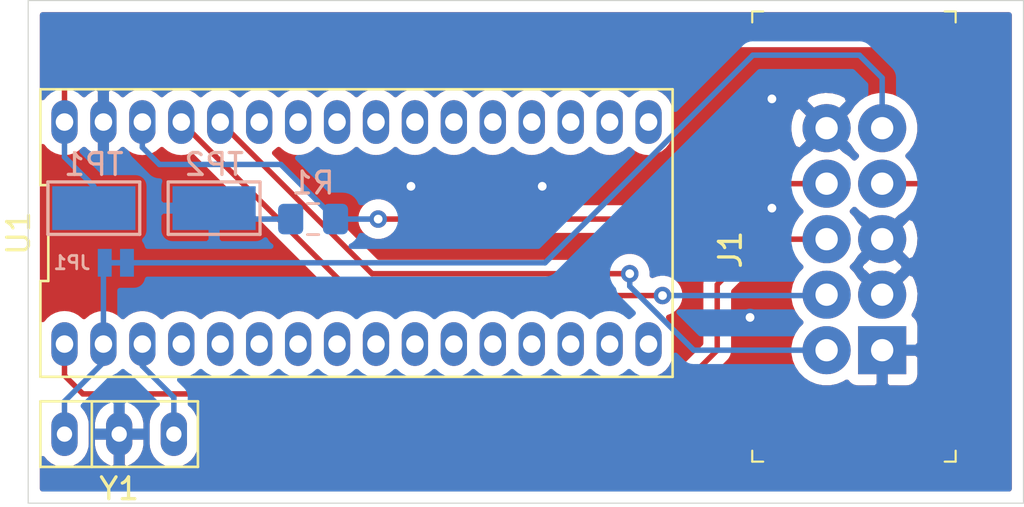
<source format=kicad_pcb>
(kicad_pcb (version 20171130) (host pcbnew "(5.1.7)-1")

  (general
    (thickness 1.6)
    (drawings 4)
    (tracks 57)
    (zones 0)
    (modules 7)
    (nets 10)
  )

  (page A4)
  (layers
    (0 F.Cu signal)
    (31 B.Cu signal)
    (32 B.Adhes user)
    (33 F.Adhes user)
    (34 B.Paste user)
    (35 F.Paste user)
    (36 B.SilkS user)
    (37 F.SilkS user)
    (38 B.Mask user)
    (39 F.Mask user)
    (40 Dwgs.User user)
    (41 Cmts.User user)
    (42 Eco1.User user)
    (43 Eco2.User user)
    (44 Edge.Cuts user)
    (45 Margin user)
    (46 B.CrtYd user)
    (47 F.CrtYd user)
    (48 B.Fab user)
    (49 F.Fab user)
  )

  (setup
    (last_trace_width 0.25)
    (trace_clearance 0.2)
    (zone_clearance 0.508)
    (zone_45_only no)
    (trace_min 0.1524)
    (via_size 0.8)
    (via_drill 0.4)
    (via_min_size 0.38)
    (via_min_drill 0.254)
    (uvia_size 0.3)
    (uvia_drill 0.1)
    (uvias_allowed no)
    (uvia_min_size 0.2)
    (uvia_min_drill 0.1)
    (edge_width 0.05)
    (segment_width 0.2)
    (pcb_text_width 0.3)
    (pcb_text_size 1.5 1.5)
    (mod_edge_width 0.12)
    (mod_text_size 1 1)
    (mod_text_width 0.15)
    (pad_size 1.524 1.524)
    (pad_drill 0.762)
    (pad_to_mask_clearance 0.0508)
    (solder_mask_min_width 0.101)
    (aux_axis_origin 0 0)
    (visible_elements 7FFFFFFF)
    (pcbplotparams
      (layerselection 0x010fc_ffffffff)
      (usegerberextensions false)
      (usegerberattributes true)
      (usegerberadvancedattributes true)
      (creategerberjobfile true)
      (excludeedgelayer true)
      (linewidth 0.100000)
      (plotframeref false)
      (viasonmask false)
      (mode 1)
      (useauxorigin false)
      (hpglpennumber 1)
      (hpglpenspeed 20)
      (hpglpendiameter 15.000000)
      (psnegative false)
      (psa4output false)
      (plotreference true)
      (plotvalue true)
      (plotinvisibletext false)
      (padsonsilk false)
      (subtractmaskfromsilk false)
      (outputformat 1)
      (mirror false)
      (drillshape 0)
      (scaleselection 1)
      (outputdirectory ""))
  )

  (net 0 "")
  (net 1 "Net-(JP1-Pad2)")
  (net 2 GND)
  (net 3 ICCSEL)
  (net 4 VDD)
  (net 5 "Net-(U1-Pad3)")
  (net 6 OSC)
  (net 7 ~RESET)
  (net 8 ICCCLK)
  (net 9 ICCDATA)

  (net_class Default "This is the default net class."
    (clearance 0.2)
    (trace_width 0.25)
    (via_dia 0.8)
    (via_drill 0.4)
    (uvia_dia 0.3)
    (uvia_drill 0.1)
    (add_net GND)
    (add_net ICCCLK)
    (add_net ICCDATA)
    (add_net ICCSEL)
    (add_net "Net-(JP1-Pad2)")
    (add_net "Net-(U1-Pad3)")
    (add_net OSC)
    (add_net VDD)
    (add_net ~RESET)
  )

  (module digikey-footprints:PinHeader_2x5_P2.54mm_Drill1.02mm (layer F.Cu) (tedit 5FAA0009) (tstamp 5FB1EC4D)
    (at 163.5 107.5 90)
    (descr http://www.on-shore.com/wp-content/uploads/2015/09/302-sxxx.pdf)
    (path /5FC524B2)
    (fp_text reference J1 (at 4.6 -4.4 270) (layer F.SilkS)
      (effects (font (size 1 1) (thickness 0.15)))
    )
    (fp_text value Conn_02x05_Odd_Even (at 5.3 7.5 270) (layer F.Fab)
      (effects (font (size 1 1) (thickness 0.15)))
    )
    (fp_line (start -5 -3.3) (end 15.33 -3.3) (layer F.Fab) (width 0.1))
    (fp_line (start -5 -3.3) (end -5 5.8) (layer F.Fab) (width 0.1))
    (fp_line (start 15.33 -3.3) (end 15.33 5.8) (layer F.Fab) (width 0.1))
    (fp_line (start -5 5.8) (end 15.33 5.8) (layer F.Fab) (width 0.1))
    (fp_line (start 15.5 -3.4) (end 15 -3.4) (layer F.SilkS) (width 0.1))
    (fp_line (start 15.5 -3.4) (end 15.5 -2.9) (layer F.SilkS) (width 0.1))
    (fp_line (start -5.1 -3.4) (end -4.6 -3.4) (layer F.SilkS) (width 0.1))
    (fp_line (start -5.1 -3.4) (end -5.1 -2.9) (layer F.SilkS) (width 0.1))
    (fp_line (start -5.1 5.9) (end -5.1 5.4) (layer F.SilkS) (width 0.1))
    (fp_line (start -5.1 5.9) (end -4.6 5.9) (layer F.SilkS) (width 0.1))
    (fp_line (start 15.5 5.9) (end 15 5.9) (layer F.SilkS) (width 0.1))
    (fp_line (start 15.5 5.9) (end 15.5 5.4) (layer F.SilkS) (width 0.1))
    (fp_line (start 15.58 -3.55) (end 15.58 6.05) (layer F.CrtYd) (width 0.05))
    (fp_line (start 15.58 -3.55) (end -5.25 -3.55) (layer F.CrtYd) (width 0.05))
    (fp_line (start -5.25 -3.55) (end -5.25 6.05) (layer F.CrtYd) (width 0.05))
    (fp_line (start 15.58 6.05) (end -5.25 6.05) (layer F.CrtYd) (width 0.05))
    (fp_text user %R (at 5 1.3 270) (layer F.Fab)
      (effects (font (size 1 1) (thickness 0.15)))
    )
    (pad 9 thru_hole circle (at 10.16 2.54 90) (size 2.2 2.2) (drill 1.02) (layers *.Cu *.Mask)
      (net 6 OSC))
    (pad 10 thru_hole circle (at 10.16 0 90) (size 2.2 2.2) (drill 1.02) (layers *.Cu *.Mask)
      (net 2 GND))
    (pad 7 thru_hole circle (at 7.62 2.54 90) (size 2.2 2.2) (drill 1.02) (layers *.Cu *.Mask)
      (net 4 VDD))
    (pad 8 thru_hole circle (at 7.62 0 90) (size 2.2 2.2) (drill 1.02) (layers *.Cu *.Mask)
      (net 3 ICCSEL))
    (pad 5 thru_hole circle (at 5.08 2.54 90) (size 2.2 2.2) (drill 1.02) (layers *.Cu *.Mask)
      (net 2 GND))
    (pad 6 thru_hole circle (at 5.08 0 90) (size 2.2 2.2) (drill 1.02) (layers *.Cu *.Mask)
      (net 7 ~RESET))
    (pad 3 thru_hole circle (at 2.54 2.54 90) (size 2.2 2.2) (drill 1.02) (layers *.Cu *.Mask)
      (net 2 GND))
    (pad 4 thru_hole circle (at 2.54 0 90) (size 2.2 2.2) (drill 1.02) (layers *.Cu *.Mask)
      (net 8 ICCCLK))
    (pad 1 thru_hole rect (at 0 2.54 90) (size 2.2 2.2) (drill 1.02) (layers *.Cu *.Mask)
      (net 2 GND))
    (pad 2 thru_hole circle (at 0 0 90) (size 2.2 2.2) (drill 1.02) (layers *.Cu *.Mask)
      (net 9 ICCDATA))
  )

  (module "ST72F264 Programming Interface:CERALOK_TH" (layer F.Cu) (tedit 0) (tstamp 5FB1E5AD)
    (at 131.160001 111.340001)
    (path /5FC5A671)
    (fp_text reference Y1 (at 0 2.5) (layer F.SilkS)
      (effects (font (size 1 1) (thickness 0.15)))
    )
    (fp_text value Resonator (at 0.339999 -2.5) (layer F.Fab)
      (effects (font (size 1 1) (thickness 0.15)))
    )
    (fp_line (start -3.35 1.25) (end -3.35 -1.25) (layer F.CrtYd) (width 0.05))
    (fp_line (start 3.35 1.25) (end -3.35 1.25) (layer F.CrtYd) (width 0.05))
    (fp_line (start 3.35 -1.25) (end 3.35 1.25) (layer F.CrtYd) (width 0.05))
    (fp_line (start -3.35 -1.25) (end 3.35 -1.25) (layer F.CrtYd) (width 0.05))
    (fp_line (start -1.25 -1.5) (end -1.25 1.5) (layer F.SilkS) (width 0.12))
    (fp_line (start -3.6 1.5) (end -3.6 -1.5) (layer F.SilkS) (width 0.12))
    (fp_line (start 3.6 1.5) (end -3.6 1.5) (layer F.SilkS) (width 0.12))
    (fp_line (start 3.6 -1.5) (end 3.6 1.5) (layer F.SilkS) (width 0.12))
    (fp_line (start -3.6 -1.5) (end 3.6 -1.5) (layer F.SilkS) (width 0.12))
    (pad 3 thru_hole oval (at 2.5 0) (size 1.2 2) (drill 0.7) (layers *.Cu *.Mask)
      (net 5 "Net-(U1-Pad3)"))
    (pad 2 thru_hole oval (at 0 0) (size 1.2 2) (drill 0.7) (layers *.Cu *.Mask)
      (net 2 GND))
    (pad 1 thru_hole oval (at -2.5 0) (size 1.2 2) (drill 0.7) (layers *.Cu *.Mask)
      (net 1 "Net-(JP1-Pad2)"))
  )

  (module "ST72F264 Programming Interface:DIP-32_400_ELL" (layer F.Cu) (tedit 0) (tstamp 5FB1E52E)
    (at 142.010001 102.140001)
    (path /5FC57D3E)
    (fp_text reference U1 (at -15.45 0 90) (layer F.SilkS)
      (effects (font (size 1 1) (thickness 0.15)))
    )
    (fp_text value ST72F264 (at 0 0) (layer F.Fab)
      (effects (font (size 1 1) (thickness 0.15)))
    )
    (fp_line (start -14.2 6.33) (end -14.2 -6.33) (layer F.CrtYd) (width 0.05))
    (fp_line (start 14.2 6.33) (end -14.2 6.33) (layer F.CrtYd) (width 0.05))
    (fp_line (start 14.2 -6.33) (end 14.2 6.33) (layer F.CrtYd) (width 0.05))
    (fp_line (start -14.2 -6.33) (end 14.2 -6.33) (layer F.CrtYd) (width 0.05))
    (fp_line (start -14.45 2.193333) (end -14.45 6.579999) (layer F.SilkS) (width 0.12))
    (fp_line (start -14.09 2.193333) (end -14.45 2.193333) (layer F.SilkS) (width 0.12))
    (fp_line (start -14.09 -2.193333) (end -14.09 2.193333) (layer F.SilkS) (width 0.12))
    (fp_line (start -14.45 -2.193333) (end -14.09 -2.193333) (layer F.SilkS) (width 0.12))
    (fp_line (start -14.45 -6.58) (end -14.45 -2.193333) (layer F.SilkS) (width 0.12))
    (fp_line (start 14.45 -6.579999) (end -14.45 -6.58) (layer F.SilkS) (width 0.12))
    (fp_line (start 14.45 6.58) (end 14.45 -6.579999) (layer F.SilkS) (width 0.12))
    (fp_line (start -14.45 6.579999) (end 14.45 6.58) (layer F.SilkS) (width 0.12))
    (pad 16 thru_hole oval (at 13.35 5.08) (size 1.2 2) (drill 0.8) (layers *.Cu *.Mask))
    (pad 17 thru_hole oval (at 13.35 -5.08) (size 1.2 2) (drill 0.8) (layers *.Cu *.Mask))
    (pad 15 thru_hole oval (at 11.57 5.08) (size 1.2 2) (drill 0.8) (layers *.Cu *.Mask))
    (pad 18 thru_hole oval (at 11.57 -5.08) (size 1.2 2) (drill 0.8) (layers *.Cu *.Mask))
    (pad 14 thru_hole oval (at 9.79 5.08) (size 1.2 2) (drill 0.8) (layers *.Cu *.Mask))
    (pad 19 thru_hole oval (at 9.79 -5.08) (size 1.2 2) (drill 0.8) (layers *.Cu *.Mask))
    (pad 13 thru_hole oval (at 8.01 5.08) (size 1.2 2) (drill 0.8) (layers *.Cu *.Mask))
    (pad 20 thru_hole oval (at 8.01 -5.08) (size 1.2 2) (drill 0.8) (layers *.Cu *.Mask))
    (pad 12 thru_hole oval (at 6.23 5.08) (size 1.2 2) (drill 0.8) (layers *.Cu *.Mask))
    (pad 21 thru_hole oval (at 6.23 -5.08) (size 1.2 2) (drill 0.8) (layers *.Cu *.Mask))
    (pad 11 thru_hole oval (at 4.45 5.08) (size 1.2 2) (drill 0.8) (layers *.Cu *.Mask))
    (pad 22 thru_hole oval (at 4.45 -5.08) (size 1.2 2) (drill 0.8) (layers *.Cu *.Mask))
    (pad 10 thru_hole oval (at 2.67 5.08) (size 1.2 2) (drill 0.8) (layers *.Cu *.Mask))
    (pad 23 thru_hole oval (at 2.67 -5.08) (size 1.2 2) (drill 0.8) (layers *.Cu *.Mask))
    (pad 9 thru_hole oval (at 0.89 5.08) (size 1.2 2) (drill 0.8) (layers *.Cu *.Mask))
    (pad 24 thru_hole oval (at 0.89 -5.08) (size 1.2 2) (drill 0.8) (layers *.Cu *.Mask))
    (pad 8 thru_hole oval (at -0.89 5.08) (size 1.2 2) (drill 0.8) (layers *.Cu *.Mask))
    (pad 25 thru_hole oval (at -0.89 -5.08) (size 1.2 2) (drill 0.8) (layers *.Cu *.Mask))
    (pad 7 thru_hole oval (at -2.67 5.08) (size 1.2 2) (drill 0.8) (layers *.Cu *.Mask))
    (pad 26 thru_hole oval (at -2.67 -5.08) (size 1.2 2) (drill 0.8) (layers *.Cu *.Mask))
    (pad 6 thru_hole oval (at -4.45 5.08) (size 1.2 2) (drill 0.8) (layers *.Cu *.Mask))
    (pad 27 thru_hole oval (at -4.45 -5.08) (size 1.2 2) (drill 0.8) (layers *.Cu *.Mask))
    (pad 5 thru_hole oval (at -6.23 5.08) (size 1.2 2) (drill 0.8) (layers *.Cu *.Mask))
    (pad 28 thru_hole oval (at -6.23 -5.08) (size 1.2 2) (drill 0.8) (layers *.Cu *.Mask)
      (net 9 ICCDATA))
    (pad 4 thru_hole oval (at -8.01 5.08) (size 1.2 2) (drill 0.8) (layers *.Cu *.Mask))
    (pad 29 thru_hole oval (at -8.01 -5.08) (size 1.2 2) (drill 0.8) (layers *.Cu *.Mask)
      (net 8 ICCCLK))
    (pad 3 thru_hole oval (at -9.79 5.08) (size 1.2 2) (drill 0.8) (layers *.Cu *.Mask)
      (net 5 "Net-(U1-Pad3)"))
    (pad 30 thru_hole oval (at -9.79 -5.08) (size 1.2 2) (drill 0.8) (layers *.Cu *.Mask)
      (net 3 ICCSEL))
    (pad 2 thru_hole oval (at -11.57 5.08) (size 1.2 2) (drill 0.8) (layers *.Cu *.Mask)
      (net 1 "Net-(JP1-Pad2)"))
    (pad 31 thru_hole oval (at -11.57 -5.08) (size 1.2 2) (drill 0.8) (layers *.Cu *.Mask)
      (net 2 GND))
    (pad 1 thru_hole oval (at -13.35 5.08) (size 1.2 2) (drill 0.8) (layers *.Cu *.Mask)
      (net 7 ~RESET))
    (pad 32 thru_hole oval (at -13.35 -5.08) (size 1.2 2) (drill 0.8) (layers *.Cu *.Mask)
      (net 4 VDD))
  )

  (module TestPoint:TestPoint_Keystone_5019_Minature (layer B.Cu) (tedit 5A0F774F) (tstamp 5FB1EDA6)
    (at 135.5 101)
    (descr "SMT Test Point- Micro Miniature 5019, http://www.keyelco.com/product-pdf.cfm?p=1357")
    (tags "Test Point")
    (path /5FC69E85)
    (attr smd)
    (fp_text reference TP2 (at 0 -2) (layer B.SilkS)
      (effects (font (size 1 1) (thickness 0.15)) (justify mirror))
    )
    (fp_text value TestPoint (at 0 -2.25) (layer B.Fab)
      (effects (font (size 1 1) (thickness 0.15)) (justify mirror))
    )
    (fp_line (start -2.1 -1.2) (end -2.1 1.2) (layer B.SilkS) (width 0.15))
    (fp_line (start 2.1 -1.2) (end -2.1 -1.2) (layer B.SilkS) (width 0.15))
    (fp_line (start 2.1 1.2) (end 2.1 -1.2) (layer B.SilkS) (width 0.15))
    (fp_line (start -2.1 1.2) (end 2.1 1.2) (layer B.SilkS) (width 0.15))
    (fp_line (start -2.35 -1.45) (end -2.35 1.45) (layer B.CrtYd) (width 0.05))
    (fp_line (start 2.35 -1.45) (end -2.35 -1.45) (layer B.CrtYd) (width 0.05))
    (fp_line (start 2.35 1.45) (end 2.35 -1.45) (layer B.CrtYd) (width 0.05))
    (fp_line (start -2.35 1.45) (end 2.35 1.45) (layer B.CrtYd) (width 0.05))
    (fp_line (start 1.25 0.5) (end 1.25 1) (layer B.Fab) (width 0.15))
    (fp_line (start 1.75 0.5) (end 1.25 0.5) (layer B.Fab) (width 0.15))
    (fp_line (start 1.9 -0.5) (end 1.9 0.5) (layer B.Fab) (width 0.15))
    (fp_line (start 1.25 -0.5) (end 1.75 -0.5) (layer B.Fab) (width 0.15))
    (fp_line (start 1.25 -1) (end 1.25 -0.5) (layer B.Fab) (width 0.15))
    (fp_line (start -1.25 -1) (end 1.25 -1) (layer B.Fab) (width 0.15))
    (fp_line (start -1.25 -0.5) (end -1.25 -1) (layer B.Fab) (width 0.15))
    (fp_line (start -1.75 -0.5) (end -1.25 -0.5) (layer B.Fab) (width 0.15))
    (fp_line (start -1.9 0.5) (end -1.9 -0.5) (layer B.Fab) (width 0.15))
    (fp_line (start -1.25 0.5) (end -1.75 0.5) (layer B.Fab) (width 0.15))
    (fp_line (start -1.25 1) (end -1.25 0.5) (layer B.Fab) (width 0.15))
    (fp_line (start 1.25 1) (end -1.25 1) (layer B.Fab) (width 0.15))
    (fp_line (start 1.9 -0.5) (end -1.9 -0.5) (layer B.Fab) (width 0.15))
    (fp_line (start -1.9 0.5) (end 1.9 0.5) (layer B.Fab) (width 0.15))
    (fp_line (start 0 1) (end 0 0.5) (layer B.Fab) (width 0.15))
    (fp_line (start 0 -0.5) (end 0 -1) (layer B.Fab) (width 0.15))
    (fp_text user %R (at 0 0 90) (layer B.Fab)
      (effects (font (size 0.9 0.9) (thickness 0.135)) (justify mirror))
    )
    (pad 1 smd rect (at 0 0) (size 3.8 2) (layers B.Cu B.Paste B.Mask)
      (net 2 GND))
    (model ${KISYS3DMOD}/TestPoint.3dshapes/TestPoint_Keystone_5019_Minature.wrl
      (at (xyz 0 0 0))
      (scale (xyz 1 1 1))
      (rotate (xyz 0 0 0))
    )
  )

  (module TestPoint:TestPoint_Keystone_5019_Minature (layer B.Cu) (tedit 5A0F774F) (tstamp 5FB1E952)
    (at 130 101)
    (descr "SMT Test Point- Micro Miniature 5019, http://www.keyelco.com/product-pdf.cfm?p=1357")
    (tags "Test Point")
    (path /5FC6937D)
    (attr smd)
    (fp_text reference TP1 (at 0 -2) (layer B.SilkS)
      (effects (font (size 1 1) (thickness 0.15)) (justify mirror))
    )
    (fp_text value TestPoint (at 0 -2.25) (layer B.Fab)
      (effects (font (size 1 1) (thickness 0.15)) (justify mirror))
    )
    (fp_line (start -2.1 -1.2) (end -2.1 1.2) (layer B.SilkS) (width 0.15))
    (fp_line (start 2.1 -1.2) (end -2.1 -1.2) (layer B.SilkS) (width 0.15))
    (fp_line (start 2.1 1.2) (end 2.1 -1.2) (layer B.SilkS) (width 0.15))
    (fp_line (start -2.1 1.2) (end 2.1 1.2) (layer B.SilkS) (width 0.15))
    (fp_line (start -2.35 -1.45) (end -2.35 1.45) (layer B.CrtYd) (width 0.05))
    (fp_line (start 2.35 -1.45) (end -2.35 -1.45) (layer B.CrtYd) (width 0.05))
    (fp_line (start 2.35 1.45) (end 2.35 -1.45) (layer B.CrtYd) (width 0.05))
    (fp_line (start -2.35 1.45) (end 2.35 1.45) (layer B.CrtYd) (width 0.05))
    (fp_line (start 1.25 0.5) (end 1.25 1) (layer B.Fab) (width 0.15))
    (fp_line (start 1.75 0.5) (end 1.25 0.5) (layer B.Fab) (width 0.15))
    (fp_line (start 1.9 -0.5) (end 1.9 0.5) (layer B.Fab) (width 0.15))
    (fp_line (start 1.25 -0.5) (end 1.75 -0.5) (layer B.Fab) (width 0.15))
    (fp_line (start 1.25 -1) (end 1.25 -0.5) (layer B.Fab) (width 0.15))
    (fp_line (start -1.25 -1) (end 1.25 -1) (layer B.Fab) (width 0.15))
    (fp_line (start -1.25 -0.5) (end -1.25 -1) (layer B.Fab) (width 0.15))
    (fp_line (start -1.75 -0.5) (end -1.25 -0.5) (layer B.Fab) (width 0.15))
    (fp_line (start -1.9 0.5) (end -1.9 -0.5) (layer B.Fab) (width 0.15))
    (fp_line (start -1.25 0.5) (end -1.75 0.5) (layer B.Fab) (width 0.15))
    (fp_line (start -1.25 1) (end -1.25 0.5) (layer B.Fab) (width 0.15))
    (fp_line (start 1.25 1) (end -1.25 1) (layer B.Fab) (width 0.15))
    (fp_line (start 1.9 -0.5) (end -1.9 -0.5) (layer B.Fab) (width 0.15))
    (fp_line (start -1.9 0.5) (end 1.9 0.5) (layer B.Fab) (width 0.15))
    (fp_line (start 0 1) (end 0 0.5) (layer B.Fab) (width 0.15))
    (fp_line (start 0 -0.5) (end 0 -1) (layer B.Fab) (width 0.15))
    (fp_text user %R (at 2.304999 -4.744999) (layer B.Fab)
      (effects (font (size 0.9 0.9) (thickness 0.135)) (justify mirror))
    )
    (pad 1 smd rect (at 0 0) (size 3.8 2) (layers B.Cu B.Paste B.Mask)
      (net 4 VDD))
    (model ${KISYS3DMOD}/TestPoint.3dshapes/TestPoint_Keystone_5019_Minature.wrl
      (at (xyz 0 0 0))
      (scale (xyz 1 1 1))
      (rotate (xyz 0 0 0))
    )
  )

  (module Resistor_SMD:R_0805_2012Metric_Pad1.15x1.40mm_HandSolder (layer B.Cu) (tedit 5B36C52B) (tstamp 5FB1E5DB)
    (at 140.025 101.5 180)
    (descr "Resistor SMD 0805 (2012 Metric), square (rectangular) end terminal, IPC_7351 nominal with elongated pad for handsoldering. (Body size source: https://docs.google.com/spreadsheets/d/1BsfQQcO9C6DZCsRaXUlFlo91Tg2WpOkGARC1WS5S8t0/edit?usp=sharing), generated with kicad-footprint-generator")
    (tags "resistor handsolder")
    (path /5FC60A7F)
    (attr smd)
    (fp_text reference R1 (at 0 1.65) (layer B.SilkS)
      (effects (font (size 1 1) (thickness 0.15)) (justify mirror))
    )
    (fp_text value 10K (at 0 -1.65) (layer B.Fab)
      (effects (font (size 1 1) (thickness 0.15)) (justify mirror))
    )
    (fp_line (start 1.85 -0.95) (end -1.85 -0.95) (layer B.CrtYd) (width 0.05))
    (fp_line (start 1.85 0.95) (end 1.85 -0.95) (layer B.CrtYd) (width 0.05))
    (fp_line (start -1.85 0.95) (end 1.85 0.95) (layer B.CrtYd) (width 0.05))
    (fp_line (start -1.85 -0.95) (end -1.85 0.95) (layer B.CrtYd) (width 0.05))
    (fp_line (start -0.261252 -0.71) (end 0.261252 -0.71) (layer B.SilkS) (width 0.12))
    (fp_line (start -0.261252 0.71) (end 0.261252 0.71) (layer B.SilkS) (width 0.12))
    (fp_line (start 1 -0.6) (end -1 -0.6) (layer B.Fab) (width 0.1))
    (fp_line (start 1 0.6) (end 1 -0.6) (layer B.Fab) (width 0.1))
    (fp_line (start -1 0.6) (end 1 0.6) (layer B.Fab) (width 0.1))
    (fp_line (start -1 -0.6) (end -1 0.6) (layer B.Fab) (width 0.1))
    (fp_text user %R (at 0 0) (layer B.Fab)
      (effects (font (size 0.5 0.5) (thickness 0.08)) (justify mirror))
    )
    (pad 2 smd roundrect (at 1.025 0 180) (size 1.15 1.4) (layers B.Cu B.Paste B.Mask) (roundrect_rratio 0.2173904347826087)
      (net 2 GND))
    (pad 1 smd roundrect (at -1.025 0 180) (size 1.15 1.4) (layers B.Cu B.Paste B.Mask) (roundrect_rratio 0.2173904347826087)
      (net 3 ICCSEL))
    (model ${KISYS3DMOD}/Resistor_SMD.3dshapes/R_0805_2012Metric.wrl
      (at (xyz 0 0 0))
      (scale (xyz 1 1 1))
      (rotate (xyz 0 0 0))
    )
  )

  (module Jumpers:SMT-JUMPER_2_NC_TRACE_NO-SILK (layer B.Cu) (tedit 596291FA) (tstamp 5FB1E592)
    (at 131.008 103.5 180)
    (path /5FC5B779)
    (attr smd)
    (fp_text reference JP1 (at 2.008 0) (layer B.SilkS)
      (effects (font (size 0.6096 0.6096) (thickness 0.127)) (justify mirror))
    )
    (fp_text value SolderJumper_2_Bridged (at 0 -1.27) (layer B.SilkS) hide
      (effects (font (size 0.6096 0.6096) (thickness 0.127)) (justify mirror))
    )
    (fp_line (start -0.508 0) (end 0.508 0) (layer B.Cu) (width 0.254))
    (pad 2 smd rect (at 0.508 0 180) (size 0.635 1.27) (layers B.Cu B.Mask)
      (net 1 "Net-(JP1-Pad2)") (solder_mask_margin 0.1016))
    (pad 1 smd rect (at -0.508 0 180) (size 0.635 1.27) (layers B.Cu B.Mask)
      (net 6 OSC) (solder_mask_margin 0.1016))
  )

  (gr_line (start 172.5 91.5) (end 127 91.5) (layer Edge.Cuts) (width 0.05) (tstamp 5FB4E861))
  (gr_line (start 172.5 114.5) (end 172.5 91.5) (layer Edge.Cuts) (width 0.05))
  (gr_line (start 127 114.5) (end 172.5 114.5) (layer Edge.Cuts) (width 0.05))
  (gr_line (start 127 91.5) (end 127 114.5) (layer Edge.Cuts) (width 0.05))

  (segment (start 130.440001 107.220001) (end 130.04799 106.82799) (width 0.25) (layer B.Cu) (net 1))
  (segment (start 130.440001 107.220001) (end 130.440001 104.079239) (width 0.25) (layer B.Cu) (net 1))
  (segment (start 130.440001 107.220001) (end 130.440001 108.059999) (width 0.25) (layer B.Cu) (net 1))
  (segment (start 128.660001 109.839999) (end 128.660001 111.340001) (width 0.25) (layer B.Cu) (net 1))
  (segment (start 130.440001 108.059999) (end 128.660001 109.839999) (width 0.25) (layer B.Cu) (net 1))
  (segment (start 136 101.5) (end 135.5 101) (width 0.25) (layer B.Cu) (net 2))
  (segment (start 139 101.5) (end 136 101.5) (width 0.25) (layer B.Cu) (net 2))
  (via (at 144.5 100) (size 0.8) (drill 0.4) (layers F.Cu B.Cu) (net 2))
  (via (at 150.5 100) (size 0.8) (drill 0.4) (layers F.Cu B.Cu) (net 2))
  (via (at 161 101) (size 0.8) (drill 0.4) (layers F.Cu B.Cu) (net 2))
  (via (at 161 96) (size 0.8) (drill 0.4) (layers F.Cu B.Cu) (net 2))
  (via (at 160 106) (size 0.8) (drill 0.4) (layers F.Cu B.Cu) (net 2))
  (via (at 143 101.5) (size 0.8) (drill 0.4) (layers F.Cu B.Cu) (net 3))
  (segment (start 141.05 101.5) (end 138.55 99) (width 0.25) (layer B.Cu) (net 3))
  (segment (start 138.55 99) (end 133 99) (width 0.25) (layer B.Cu) (net 3))
  (segment (start 132.220001 98.220001) (end 132.220001 97.060001) (width 0.25) (layer B.Cu) (net 3))
  (segment (start 133 99) (end 132.220001 98.220001) (width 0.25) (layer B.Cu) (net 3))
  (segment (start 141.05 101.5) (end 143 101.5) (width 0.25) (layer B.Cu) (net 3))
  (segment (start 143 101.5) (end 159 101.5) (width 0.25) (layer F.Cu) (net 3))
  (segment (start 160.62 99.88) (end 163.5 99.88) (width 0.25) (layer F.Cu) (net 3))
  (segment (start 159 101.5) (end 160.62 99.88) (width 0.25) (layer F.Cu) (net 3))
  (segment (start 130 101) (end 130 100) (width 0.25) (layer B.Cu) (net 4))
  (segment (start 128.660001 98.660001) (end 128.660001 97.060001) (width 0.25) (layer B.Cu) (net 4))
  (segment (start 130 100) (end 128.660001 98.660001) (width 0.25) (layer B.Cu) (net 4))
  (segment (start 128.660001 94.339999) (end 128.660001 97.060001) (width 0.25) (layer F.Cu) (net 4))
  (segment (start 168 93) (end 130 93) (width 0.25) (layer F.Cu) (net 4))
  (segment (start 130 93) (end 128.660001 94.339999) (width 0.25) (layer F.Cu) (net 4))
  (segment (start 170 95) (end 168 93) (width 0.25) (layer F.Cu) (net 4))
  (segment (start 170 98.5) (end 170 95) (width 0.25) (layer F.Cu) (net 4))
  (segment (start 168.62 99.88) (end 170 98.5) (width 0.25) (layer F.Cu) (net 4))
  (segment (start 166.04 99.88) (end 168.62 99.88) (width 0.25) (layer F.Cu) (net 4))
  (segment (start 132.220001 107.220001) (end 132.220001 108.220001) (width 0.25) (layer B.Cu) (net 5))
  (segment (start 133.660001 109.660001) (end 133.660001 111.340001) (width 0.25) (layer B.Cu) (net 5))
  (segment (start 132.220001 108.220001) (end 133.660001 109.660001) (width 0.25) (layer B.Cu) (net 5))
  (segment (start 165 94) (end 166.04 95.04) (width 0.25) (layer B.Cu) (net 6))
  (segment (start 160.128163 94) (end 165 94) (width 0.25) (layer B.Cu) (net 6))
  (segment (start 150.628163 103.5) (end 160.128163 94) (width 0.25) (layer B.Cu) (net 6))
  (segment (start 166.04 95.04) (end 166.04 97.34) (width 0.25) (layer B.Cu) (net 6))
  (segment (start 131.516 103.5) (end 150.628163 103.5) (width 0.25) (layer B.Cu) (net 6))
  (segment (start 128.660001 107.220001) (end 128.660001 108.660001) (width 0.25) (layer F.Cu) (net 7))
  (segment (start 128.660001 108.660001) (end 129.5 109.5) (width 0.25) (layer F.Cu) (net 7))
  (segment (start 129.5 109.5) (end 156.5 109.5) (width 0.25) (layer F.Cu) (net 7))
  (segment (start 156.5 109.5) (end 158.5 107.5) (width 0.25) (layer F.Cu) (net 7))
  (segment (start 158.5 107.5) (end 158.5 104.5) (width 0.25) (layer F.Cu) (net 7))
  (segment (start 160.58 102.42) (end 163.5 102.42) (width 0.25) (layer F.Cu) (net 7))
  (segment (start 158.5 104.5) (end 160.58 102.42) (width 0.25) (layer F.Cu) (net 7))
  (segment (start 134.000001 97.060001) (end 141.94 105) (width 0.25) (layer F.Cu) (net 8))
  (segment (start 141.94 105) (end 156 105) (width 0.25) (layer F.Cu) (net 8))
  (via (at 156 105) (size 0.8) (drill 0.4) (layers F.Cu B.Cu) (net 8))
  (segment (start 163.46 105) (end 163.5 104.96) (width 0.25) (layer B.Cu) (net 8))
  (segment (start 156 105) (end 163.46 105) (width 0.25) (layer B.Cu) (net 8))
  (segment (start 135.780001 97.060001) (end 142.72 104) (width 0.25) (layer F.Cu) (net 9))
  (segment (start 142.72 104) (end 154.5 104) (width 0.25) (layer F.Cu) (net 9))
  (via (at 154.5 104) (size 0.8) (drill 0.4) (layers F.Cu B.Cu) (net 9))
  (segment (start 154.5 104.573002) (end 157.426998 107.5) (width 0.25) (layer B.Cu) (net 9))
  (segment (start 157.426998 107.5) (end 163.5 107.5) (width 0.25) (layer B.Cu) (net 9))
  (segment (start 154.5 104) (end 154.5 104.573002) (width 0.25) (layer B.Cu) (net 9))

  (zone (net 2) (net_name GND) (layer F.Cu) (tstamp 5FB4E8FE) (hatch edge 0.508)
    (connect_pads (clearance 0.508))
    (min_thickness 0.254)
    (fill yes (arc_segments 32) (thermal_gap 0.508) (thermal_bridge_width 0.508))
    (polygon
      (pts
        (xy 172.5 114.5) (xy 127 114.5) (xy 127 91.5) (xy 172.5 91.5)
      )
    )
    (filled_polygon
      (pts
        (xy 171.84 113.84) (xy 127.66 113.84) (xy 127.66 112.468236) (xy 127.7825 112.617503) (xy 127.970553 112.771834)
        (xy 128.185101 112.886512) (xy 128.4179 112.957131) (xy 128.660001 112.980976) (xy 128.902103 112.957131) (xy 129.134902 112.886512)
        (xy 129.34945 112.771834) (xy 129.537503 112.617503) (xy 129.691834 112.42945) (xy 129.806512 112.214902) (xy 129.877131 111.982102)
        (xy 129.895001 111.800665) (xy 129.895001 111.467001) (xy 129.925001 111.467001) (xy 129.925001 111.867001) (xy 129.973508 112.105497)
        (xy 130.067611 112.329947) (xy 130.203694 112.531726) (xy 130.376527 112.703079) (xy 130.579468 112.837422) (xy 130.804719 112.929592)
        (xy 130.842392 112.933463) (xy 131.033001 112.808732) (xy 131.033001 111.467001) (xy 131.287001 111.467001) (xy 131.287001 112.808732)
        (xy 131.47761 112.933463) (xy 131.515283 112.929592) (xy 131.740534 112.837422) (xy 131.943475 112.703079) (xy 132.116308 112.531726)
        (xy 132.252391 112.329947) (xy 132.346494 112.105497) (xy 132.395001 111.867001) (xy 132.395001 111.467001) (xy 131.287001 111.467001)
        (xy 131.033001 111.467001) (xy 129.925001 111.467001) (xy 129.895001 111.467001) (xy 129.895001 110.879336) (xy 129.877131 110.697899)
        (xy 129.806512 110.4651) (xy 129.696884 110.26) (xy 130.128346 110.26) (xy 130.067611 110.350055) (xy 129.973508 110.574505)
        (xy 129.925001 110.813001) (xy 129.925001 111.213001) (xy 131.033001 111.213001) (xy 131.033001 111.193001) (xy 131.287001 111.193001)
        (xy 131.287001 111.213001) (xy 132.395001 111.213001) (xy 132.395001 110.813001) (xy 132.346494 110.574505) (xy 132.252391 110.350055)
        (xy 132.191656 110.26) (xy 132.623118 110.26) (xy 132.51349 110.465101) (xy 132.442871 110.6979) (xy 132.425001 110.879337)
        (xy 132.425001 111.800666) (xy 132.442871 111.982103) (xy 132.51349 112.214902) (xy 132.628169 112.42945) (xy 132.7825 112.617503)
        (xy 132.970553 112.771834) (xy 133.185101 112.886512) (xy 133.4179 112.957131) (xy 133.660001 112.980976) (xy 133.902103 112.957131)
        (xy 134.134902 112.886512) (xy 134.34945 112.771834) (xy 134.537503 112.617503) (xy 134.691834 112.42945) (xy 134.806512 112.214902)
        (xy 134.877131 111.982102) (xy 134.895001 111.800665) (xy 134.895001 110.879336) (xy 134.877131 110.697899) (xy 134.806512 110.4651)
        (xy 134.696884 110.26) (xy 156.462678 110.26) (xy 156.5 110.263676) (xy 156.537322 110.26) (xy 156.537333 110.26)
        (xy 156.648986 110.249003) (xy 156.792247 110.205546) (xy 156.924276 110.134974) (xy 157.040001 110.040001) (xy 157.063804 110.010997)
        (xy 159.011004 108.063798) (xy 159.040001 108.040001) (xy 159.110207 107.954455) (xy 159.134974 107.924277) (xy 159.205546 107.792247)
        (xy 159.239393 107.680665) (xy 159.249003 107.648986) (xy 159.26 107.537333) (xy 159.26 107.537324) (xy 159.263676 107.500001)
        (xy 159.26 107.462678) (xy 159.26 104.814801) (xy 160.894802 103.18) (xy 161.936852 103.18) (xy 161.962463 103.241831)
        (xy 162.152337 103.525998) (xy 162.316339 103.69) (xy 162.152337 103.854002) (xy 161.962463 104.138169) (xy 161.831675 104.453919)
        (xy 161.765 104.789117) (xy 161.765 105.130883) (xy 161.831675 105.466081) (xy 161.962463 105.781831) (xy 162.152337 106.065998)
        (xy 162.316339 106.23) (xy 162.152337 106.394002) (xy 161.962463 106.678169) (xy 161.831675 106.993919) (xy 161.765 107.329117)
        (xy 161.765 107.670883) (xy 161.831675 108.006081) (xy 161.962463 108.321831) (xy 162.152337 108.605998) (xy 162.394002 108.847663)
        (xy 162.678169 109.037537) (xy 162.993919 109.168325) (xy 163.329117 109.235) (xy 163.670883 109.235) (xy 164.006081 109.168325)
        (xy 164.321831 109.037537) (xy 164.422443 108.97031) (xy 164.488815 109.051185) (xy 164.585506 109.130537) (xy 164.69582 109.189502)
        (xy 164.815518 109.225812) (xy 164.94 109.238072) (xy 165.75425 109.235) (xy 165.913 109.07625) (xy 165.913 107.627)
        (xy 166.167 107.627) (xy 166.167 109.07625) (xy 166.32575 109.235) (xy 167.14 109.238072) (xy 167.264482 109.225812)
        (xy 167.38418 109.189502) (xy 167.494494 109.130537) (xy 167.591185 109.051185) (xy 167.670537 108.954494) (xy 167.729502 108.84418)
        (xy 167.765812 108.724482) (xy 167.778072 108.6) (xy 167.775 107.78575) (xy 167.61625 107.627) (xy 166.167 107.627)
        (xy 165.913 107.627) (xy 165.893 107.627) (xy 165.893 107.373) (xy 165.913 107.373) (xy 165.913 107.353)
        (xy 166.167 107.353) (xy 166.167 107.373) (xy 167.61625 107.373) (xy 167.775 107.21425) (xy 167.778072 106.4)
        (xy 167.765812 106.275518) (xy 167.729502 106.15582) (xy 167.670537 106.045506) (xy 167.591185 105.948815) (xy 167.511267 105.883228)
        (xy 167.521338 105.879274) (xy 167.672216 105.572616) (xy 167.760369 105.242415) (xy 167.782409 104.901361) (xy 167.737489 104.562561)
        (xy 167.627336 104.239034) (xy 167.521338 104.040726) (xy 167.246712 103.932893) (xy 166.219605 104.96) (xy 166.233748 104.974143)
        (xy 166.054143 105.153748) (xy 166.04 105.139605) (xy 166.025858 105.153748) (xy 165.846253 104.974143) (xy 165.860395 104.96)
        (xy 165.035469 104.135074) (xy 164.847663 103.854002) (xy 164.683661 103.69) (xy 164.746949 103.626712) (xy 165.012893 103.626712)
        (xy 165.037743 103.69) (xy 165.012893 103.753288) (xy 165.094725 103.83512) (xy 165.120726 103.901338) (xy 165.199894 103.940289)
        (xy 166.04 104.780395) (xy 166.872877 103.947518) (xy 166.959274 103.901338) (xy 166.985275 103.83512) (xy 167.067107 103.753288)
        (xy 167.042257 103.69) (xy 167.067107 103.626712) (xy 166.985275 103.54488) (xy 166.959274 103.478662) (xy 166.880106 103.439711)
        (xy 166.04 102.599605) (xy 165.207123 103.432482) (xy 165.120726 103.478662) (xy 165.094725 103.54488) (xy 165.012893 103.626712)
        (xy 164.746949 103.626712) (xy 164.847663 103.525998) (xy 165.035469 103.244926) (xy 165.860395 102.42) (xy 166.219605 102.42)
        (xy 167.246712 103.447107) (xy 167.521338 103.339274) (xy 167.672216 103.032616) (xy 167.760369 102.702415) (xy 167.782409 102.361361)
        (xy 167.737489 102.022561) (xy 167.627336 101.699034) (xy 167.521338 101.500726) (xy 167.246712 101.392893) (xy 166.219605 102.42)
        (xy 165.860395 102.42) (xy 165.035469 101.595074) (xy 164.847663 101.314002) (xy 164.683661 101.15) (xy 164.77 101.063661)
        (xy 164.934002 101.227663) (xy 165.215074 101.415469) (xy 166.04 102.240395) (xy 166.864926 101.415469) (xy 167.145998 101.227663)
        (xy 167.387663 100.985998) (xy 167.577537 100.701831) (xy 167.603148 100.64) (xy 168.582678 100.64) (xy 168.62 100.643676)
        (xy 168.657322 100.64) (xy 168.657333 100.64) (xy 168.768986 100.629003) (xy 168.912247 100.585546) (xy 169.044276 100.514974)
        (xy 169.160001 100.420001) (xy 169.183804 100.390997) (xy 170.511004 99.063798) (xy 170.540001 99.040001) (xy 170.634974 98.924276)
        (xy 170.705546 98.792247) (xy 170.749003 98.648986) (xy 170.76 98.537333) (xy 170.76 98.537325) (xy 170.763676 98.5)
        (xy 170.76 98.462675) (xy 170.76 95.037322) (xy 170.763676 94.999999) (xy 170.76 94.962676) (xy 170.76 94.962667)
        (xy 170.749003 94.851014) (xy 170.705546 94.707753) (xy 170.665186 94.632245) (xy 170.634974 94.575723) (xy 170.563799 94.488997)
        (xy 170.540001 94.459999) (xy 170.511003 94.436201) (xy 168.563804 92.489003) (xy 168.540001 92.459999) (xy 168.424276 92.365026)
        (xy 168.292247 92.294454) (xy 168.148986 92.250997) (xy 168.037333 92.24) (xy 168.037322 92.24) (xy 168 92.236324)
        (xy 167.962678 92.24) (xy 130.037325 92.24) (xy 130 92.236324) (xy 129.962675 92.24) (xy 129.962667 92.24)
        (xy 129.851014 92.250997) (xy 129.707753 92.294454) (xy 129.575724 92.365026) (xy 129.459999 92.459999) (xy 129.436201 92.488997)
        (xy 128.149004 93.776195) (xy 128.12 93.799998) (xy 128.064872 93.867173) (xy 128.025027 93.915723) (xy 127.954456 94.047752)
        (xy 127.954455 94.047753) (xy 127.910998 94.191014) (xy 127.900001 94.302667) (xy 127.900001 94.302677) (xy 127.896325 94.339999)
        (xy 127.900001 94.377322) (xy 127.900001 95.686067) (xy 127.782499 95.782499) (xy 127.66 95.931765) (xy 127.66 92.16)
        (xy 171.840001 92.16)
      )
    )
    (filled_polygon
      (pts
        (xy 169.240001 95.314803) (xy 169.24 98.185198) (xy 168.305199 99.12) (xy 167.603148 99.12) (xy 167.577537 99.058169)
        (xy 167.387663 98.774002) (xy 167.223661 98.61) (xy 167.387663 98.445998) (xy 167.577537 98.161831) (xy 167.708325 97.846081)
        (xy 167.775 97.510883) (xy 167.775 97.169117) (xy 167.708325 96.833919) (xy 167.577537 96.518169) (xy 167.387663 96.234002)
        (xy 167.145998 95.992337) (xy 166.861831 95.802463) (xy 166.546081 95.671675) (xy 166.210883 95.605) (xy 165.869117 95.605)
        (xy 165.533919 95.671675) (xy 165.218169 95.802463) (xy 164.934002 95.992337) (xy 164.692337 96.234002) (xy 164.504531 96.515074)
        (xy 163.679605 97.34) (xy 164.504531 98.164926) (xy 164.692337 98.445998) (xy 164.856339 98.61) (xy 164.77 98.696339)
        (xy 164.605998 98.532337) (xy 164.324926 98.344531) (xy 163.5 97.519605) (xy 162.675074 98.344531) (xy 162.394002 98.532337)
        (xy 162.152337 98.774002) (xy 161.962463 99.058169) (xy 161.936852 99.12) (xy 160.657323 99.12) (xy 160.62 99.116324)
        (xy 160.582677 99.12) (xy 160.582667 99.12) (xy 160.471014 99.130997) (xy 160.327753 99.174454) (xy 160.195723 99.245026)
        (xy 160.112083 99.313668) (xy 160.079999 99.339999) (xy 160.056201 99.368997) (xy 158.685199 100.74) (xy 143.703711 100.74)
        (xy 143.659774 100.696063) (xy 143.490256 100.582795) (xy 143.301898 100.504774) (xy 143.101939 100.465) (xy 142.898061 100.465)
        (xy 142.698102 100.504774) (xy 142.509744 100.582795) (xy 142.340226 100.696063) (xy 142.196063 100.840226) (xy 142.082795 101.009744)
        (xy 142.004774 101.198102) (xy 141.965 101.398061) (xy 141.965 101.601939) (xy 142.004774 101.801898) (xy 142.082795 101.990256)
        (xy 142.196063 102.159774) (xy 142.340226 102.303937) (xy 142.509744 102.417205) (xy 142.698102 102.495226) (xy 142.898061 102.535)
        (xy 143.101939 102.535) (xy 143.301898 102.495226) (xy 143.490256 102.417205) (xy 143.659774 102.303937) (xy 143.703711 102.26)
        (xy 158.962678 102.26) (xy 159 102.263676) (xy 159.037322 102.26) (xy 159.037333 102.26) (xy 159.148986 102.249003)
        (xy 159.292247 102.205546) (xy 159.424276 102.134974) (xy 159.540001 102.040001) (xy 159.563804 102.010997) (xy 160.934802 100.64)
        (xy 161.936852 100.64) (xy 161.962463 100.701831) (xy 162.152337 100.985998) (xy 162.316339 101.15) (xy 162.152337 101.314002)
        (xy 161.962463 101.598169) (xy 161.936852 101.66) (xy 160.617322 101.66) (xy 160.579999 101.656324) (xy 160.542676 101.66)
        (xy 160.542667 101.66) (xy 160.431014 101.670997) (xy 160.287753 101.714454) (xy 160.155724 101.785026) (xy 160.039999 101.879999)
        (xy 160.016201 101.908997) (xy 157.988998 103.936201) (xy 157.96 103.959999) (xy 157.936202 103.988997) (xy 157.936201 103.988998)
        (xy 157.865026 104.075724) (xy 157.794454 104.207754) (xy 157.784966 104.239034) (xy 157.754271 104.340226) (xy 157.750998 104.351015)
        (xy 157.736324 104.5) (xy 157.740001 104.537332) (xy 157.74 107.185198) (xy 156.185199 108.74) (xy 155.884503 108.74)
        (xy 156.04945 108.651834) (xy 156.237503 108.497503) (xy 156.391834 108.30945) (xy 156.506512 108.094902) (xy 156.577131 107.862102)
        (xy 156.595001 107.680665) (xy 156.595001 106.759336) (xy 156.577131 106.577899) (xy 156.506512 106.3451) (xy 156.391834 106.130552)
        (xy 156.283739 105.998838) (xy 156.301898 105.995226) (xy 156.490256 105.917205) (xy 156.659774 105.803937) (xy 156.803937 105.659774)
        (xy 156.917205 105.490256) (xy 156.995226 105.301898) (xy 157.035 105.101939) (xy 157.035 104.898061) (xy 156.995226 104.698102)
        (xy 156.917205 104.509744) (xy 156.803937 104.340226) (xy 156.659774 104.196063) (xy 156.490256 104.082795) (xy 156.301898 104.004774)
        (xy 156.101939 103.965) (xy 155.898061 103.965) (xy 155.698102 104.004774) (xy 155.535 104.072334) (xy 155.535 103.898061)
        (xy 155.495226 103.698102) (xy 155.417205 103.509744) (xy 155.303937 103.340226) (xy 155.159774 103.196063) (xy 154.990256 103.082795)
        (xy 154.801898 103.004774) (xy 154.601939 102.965) (xy 154.398061 102.965) (xy 154.198102 103.004774) (xy 154.009744 103.082795)
        (xy 153.840226 103.196063) (xy 153.796289 103.24) (xy 143.034802 103.24) (xy 138.269874 98.475073) (xy 138.437503 98.337503)
        (xy 138.450002 98.322274) (xy 138.4625 98.337503) (xy 138.650553 98.491834) (xy 138.865101 98.606512) (xy 139.0979 98.677131)
        (xy 139.340001 98.700976) (xy 139.582103 98.677131) (xy 139.814902 98.606512) (xy 140.02945 98.491834) (xy 140.217503 98.337503)
        (xy 140.230002 98.322274) (xy 140.2425 98.337503) (xy 140.430553 98.491834) (xy 140.645101 98.606512) (xy 140.8779 98.677131)
        (xy 141.120001 98.700976) (xy 141.362103 98.677131) (xy 141.594902 98.606512) (xy 141.80945 98.491834) (xy 141.997503 98.337503)
        (xy 142.010002 98.322274) (xy 142.0225 98.337503) (xy 142.210553 98.491834) (xy 142.425101 98.606512) (xy 142.6579 98.677131)
        (xy 142.900001 98.700976) (xy 143.142103 98.677131) (xy 143.374902 98.606512) (xy 143.58945 98.491834) (xy 143.777503 98.337503)
        (xy 143.790002 98.322274) (xy 143.8025 98.337503) (xy 143.990553 98.491834) (xy 144.205101 98.606512) (xy 144.4379 98.677131)
        (xy 144.680001 98.700976) (xy 144.922103 98.677131) (xy 145.154902 98.606512) (xy 145.36945 98.491834) (xy 145.557503 98.337503)
        (xy 145.570002 98.322274) (xy 145.5825 98.337503) (xy 145.770553 98.491834) (xy 145.985101 98.606512) (xy 146.2179 98.677131)
        (xy 146.460001 98.700976) (xy 146.702103 98.677131) (xy 146.934902 98.606512) (xy 147.14945 98.491834) (xy 147.337503 98.337503)
        (xy 147.350002 98.322274) (xy 147.3625 98.337503) (xy 147.550553 98.491834) (xy 147.765101 98.606512) (xy 147.9979 98.677131)
        (xy 148.240001 98.700976) (xy 148.482103 98.677131) (xy 148.714902 98.606512) (xy 148.92945 98.491834) (xy 149.117503 98.337503)
        (xy 149.130002 98.322274) (xy 149.1425 98.337503) (xy 149.330553 98.491834) (xy 149.545101 98.606512) (xy 149.7779 98.677131)
        (xy 150.020001 98.700976) (xy 150.262103 98.677131) (xy 150.494902 98.606512) (xy 150.70945 98.491834) (xy 150.897503 98.337503)
        (xy 150.910002 98.322274) (xy 150.9225 98.337503) (xy 151.110553 98.491834) (xy 151.325101 98.606512) (xy 151.5579 98.677131)
        (xy 151.800001 98.700976) (xy 152.042103 98.677131) (xy 152.274902 98.606512) (xy 152.48945 98.491834) (xy 152.677503 98.337503)
        (xy 152.690002 98.322274) (xy 152.7025 98.337503) (xy 152.890553 98.491834) (xy 153.105101 98.606512) (xy 153.3379 98.677131)
        (xy 153.580001 98.700976) (xy 153.822103 98.677131) (xy 154.054902 98.606512) (xy 154.26945 98.491834) (xy 154.457503 98.337503)
        (xy 154.470002 98.322274) (xy 154.4825 98.337503) (xy 154.670553 98.491834) (xy 154.885101 98.606512) (xy 155.1179 98.677131)
        (xy 155.360001 98.700976) (xy 155.602103 98.677131) (xy 155.834902 98.606512) (xy 156.04945 98.491834) (xy 156.237503 98.337503)
        (xy 156.391834 98.14945) (xy 156.506512 97.934902) (xy 156.577131 97.702102) (xy 156.595001 97.520665) (xy 156.595001 97.398639)
        (xy 161.757591 97.398639) (xy 161.802511 97.737439) (xy 161.912664 98.060966) (xy 162.018662 98.259274) (xy 162.293288 98.367107)
        (xy 163.320395 97.34) (xy 162.293288 96.312893) (xy 162.018662 96.420726) (xy 161.867784 96.727384) (xy 161.779631 97.057585)
        (xy 161.757591 97.398639) (xy 156.595001 97.398639) (xy 156.595001 96.599336) (xy 156.577131 96.417899) (xy 156.506512 96.1851)
        (xy 156.478818 96.133288) (xy 162.472893 96.133288) (xy 163.5 97.160395) (xy 164.527107 96.133288) (xy 164.419274 95.858662)
        (xy 164.112616 95.707784) (xy 163.782415 95.619631) (xy 163.441361 95.597591) (xy 163.102561 95.642511) (xy 162.779034 95.752664)
        (xy 162.580726 95.858662) (xy 162.472893 96.133288) (xy 156.478818 96.133288) (xy 156.391834 95.970552) (xy 156.237503 95.782499)
        (xy 156.049449 95.628168) (xy 155.834901 95.51349) (xy 155.602102 95.442871) (xy 155.360001 95.419026) (xy 155.117899 95.442871)
        (xy 154.8851 95.51349) (xy 154.670552 95.628168) (xy 154.482499 95.782499) (xy 154.470001 95.797728) (xy 154.457503 95.782499)
        (xy 154.269449 95.628168) (xy 154.054901 95.51349) (xy 153.822102 95.442871) (xy 153.580001 95.419026) (xy 153.337899 95.442871)
        (xy 153.1051 95.51349) (xy 152.890552 95.628168) (xy 152.702499 95.782499) (xy 152.690001 95.797728) (xy 152.677503 95.782499)
        (xy 152.489449 95.628168) (xy 152.274901 95.51349) (xy 152.042102 95.442871) (xy 151.800001 95.419026) (xy 151.557899 95.442871)
        (xy 151.3251 95.51349) (xy 151.110552 95.628168) (xy 150.922499 95.782499) (xy 150.910001 95.797728) (xy 150.897503 95.782499)
        (xy 150.709449 95.628168) (xy 150.494901 95.51349) (xy 150.262102 95.442871) (xy 150.020001 95.419026) (xy 149.777899 95.442871)
        (xy 149.5451 95.51349) (xy 149.330552 95.628168) (xy 149.142499 95.782499) (xy 149.130001 95.797728) (xy 149.117503 95.782499)
        (xy 148.929449 95.628168) (xy 148.714901 95.51349) (xy 148.482102 95.442871) (xy 148.240001 95.419026) (xy 147.997899 95.442871)
        (xy 147.7651 95.51349) (xy 147.550552 95.628168) (xy 147.362499 95.782499) (xy 147.350001 95.797728) (xy 147.337503 95.782499)
        (xy 147.149449 95.628168) (xy 146.934901 95.51349) (xy 146.702102 95.442871) (xy 146.460001 95.419026) (xy 146.217899 95.442871)
        (xy 145.9851 95.51349) (xy 145.770552 95.628168) (xy 145.582499 95.782499) (xy 145.570001 95.797728) (xy 145.557503 95.782499)
        (xy 145.369449 95.628168) (xy 145.154901 95.51349) (xy 144.922102 95.442871) (xy 144.680001 95.419026) (xy 144.437899 95.442871)
        (xy 144.2051 95.51349) (xy 143.990552 95.628168) (xy 143.802499 95.782499) (xy 143.790001 95.797728) (xy 143.777503 95.782499)
        (xy 143.589449 95.628168) (xy 143.374901 95.51349) (xy 143.142102 95.442871) (xy 142.900001 95.419026) (xy 142.657899 95.442871)
        (xy 142.4251 95.51349) (xy 142.210552 95.628168) (xy 142.022499 95.782499) (xy 142.010001 95.797728) (xy 141.997503 95.782499)
        (xy 141.809449 95.628168) (xy 141.594901 95.51349) (xy 141.362102 95.442871) (xy 141.120001 95.419026) (xy 140.877899 95.442871)
        (xy 140.6451 95.51349) (xy 140.430552 95.628168) (xy 140.242499 95.782499) (xy 140.230001 95.797728) (xy 140.217503 95.782499)
        (xy 140.029449 95.628168) (xy 139.814901 95.51349) (xy 139.582102 95.442871) (xy 139.340001 95.419026) (xy 139.097899 95.442871)
        (xy 138.8651 95.51349) (xy 138.650552 95.628168) (xy 138.462499 95.782499) (xy 138.450001 95.797728) (xy 138.437503 95.782499)
        (xy 138.249449 95.628168) (xy 138.034901 95.51349) (xy 137.802102 95.442871) (xy 137.560001 95.419026) (xy 137.317899 95.442871)
        (xy 137.0851 95.51349) (xy 136.870552 95.628168) (xy 136.682499 95.782499) (xy 136.670001 95.797728) (xy 136.657503 95.782499)
        (xy 136.469449 95.628168) (xy 136.254901 95.51349) (xy 136.022102 95.442871) (xy 135.780001 95.419026) (xy 135.537899 95.442871)
        (xy 135.3051 95.51349) (xy 135.090552 95.628168) (xy 134.902499 95.782499) (xy 134.890001 95.797728) (xy 134.877503 95.782499)
        (xy 134.689449 95.628168) (xy 134.474901 95.51349) (xy 134.242102 95.442871) (xy 134.000001 95.419026) (xy 133.757899 95.442871)
        (xy 133.5251 95.51349) (xy 133.310552 95.628168) (xy 133.122499 95.782499) (xy 133.110001 95.797728) (xy 133.097503 95.782499)
        (xy 132.909449 95.628168) (xy 132.694901 95.51349) (xy 132.462102 95.442871) (xy 132.220001 95.419026) (xy 131.977899 95.442871)
        (xy 131.7451 95.51349) (xy 131.530552 95.628168) (xy 131.342499 95.782499) (xy 131.327825 95.800379) (xy 131.223475 95.696923)
        (xy 131.020534 95.56258) (xy 130.795283 95.47041) (xy 130.75761 95.466539) (xy 130.567001 95.59127) (xy 130.567001 96.933001)
        (xy 130.587001 96.933001) (xy 130.587001 97.187001) (xy 130.567001 97.187001) (xy 130.567001 98.528732) (xy 130.75761 98.653463)
        (xy 130.795283 98.649592) (xy 131.020534 98.557422) (xy 131.223475 98.423079) (xy 131.327826 98.319622) (xy 131.3425 98.337503)
        (xy 131.530553 98.491834) (xy 131.745101 98.606512) (xy 131.9779 98.677131) (xy 132.220001 98.700976) (xy 132.462103 98.677131)
        (xy 132.694902 98.606512) (xy 132.90945 98.491834) (xy 133.097503 98.337503) (xy 133.110002 98.322274) (xy 133.1225 98.337503)
        (xy 133.310553 98.491834) (xy 133.525101 98.606512) (xy 133.7579 98.677131) (xy 134.000001 98.700976) (xy 134.242103 98.677131)
        (xy 134.472454 98.607255) (xy 141.376201 105.511003) (xy 141.399999 105.540001) (xy 141.515724 105.634974) (xy 141.578439 105.668496)
        (xy 141.362102 105.602871) (xy 141.120001 105.579026) (xy 140.877899 105.602871) (xy 140.6451 105.67349) (xy 140.430552 105.788168)
        (xy 140.242499 105.942499) (xy 140.230001 105.957728) (xy 140.217503 105.942499) (xy 140.029449 105.788168) (xy 139.814901 105.67349)
        (xy 139.582102 105.602871) (xy 139.340001 105.579026) (xy 139.097899 105.602871) (xy 138.8651 105.67349) (xy 138.650552 105.788168)
        (xy 138.462499 105.942499) (xy 138.450001 105.957728) (xy 138.437503 105.942499) (xy 138.249449 105.788168) (xy 138.034901 105.67349)
        (xy 137.802102 105.602871) (xy 137.560001 105.579026) (xy 137.317899 105.602871) (xy 137.0851 105.67349) (xy 136.870552 105.788168)
        (xy 136.682499 105.942499) (xy 136.670001 105.957728) (xy 136.657503 105.942499) (xy 136.469449 105.788168) (xy 136.254901 105.67349)
        (xy 136.022102 105.602871) (xy 135.780001 105.579026) (xy 135.537899 105.602871) (xy 135.3051 105.67349) (xy 135.090552 105.788168)
        (xy 134.902499 105.942499) (xy 134.890001 105.957728) (xy 134.877503 105.942499) (xy 134.689449 105.788168) (xy 134.474901 105.67349)
        (xy 134.242102 105.602871) (xy 134.000001 105.579026) (xy 133.757899 105.602871) (xy 133.5251 105.67349) (xy 133.310552 105.788168)
        (xy 133.122499 105.942499) (xy 133.110001 105.957728) (xy 133.097503 105.942499) (xy 132.909449 105.788168) (xy 132.694901 105.67349)
        (xy 132.462102 105.602871) (xy 132.220001 105.579026) (xy 131.977899 105.602871) (xy 131.7451 105.67349) (xy 131.530552 105.788168)
        (xy 131.342499 105.942499) (xy 131.330001 105.957728) (xy 131.317503 105.942499) (xy 131.129449 105.788168) (xy 130.914901 105.67349)
        (xy 130.682102 105.602871) (xy 130.440001 105.579026) (xy 130.197899 105.602871) (xy 129.9651 105.67349) (xy 129.750552 105.788168)
        (xy 129.562499 105.942499) (xy 129.550001 105.957728) (xy 129.537503 105.942499) (xy 129.349449 105.788168) (xy 129.134901 105.67349)
        (xy 128.902102 105.602871) (xy 128.660001 105.579026) (xy 128.417899 105.602871) (xy 128.1851 105.67349) (xy 127.970552 105.788168)
        (xy 127.782499 105.942499) (xy 127.66 106.091765) (xy 127.66 98.188236) (xy 127.7825 98.337503) (xy 127.970553 98.491834)
        (xy 128.185101 98.606512) (xy 128.4179 98.677131) (xy 128.660001 98.700976) (xy 128.902103 98.677131) (xy 129.134902 98.606512)
        (xy 129.34945 98.491834) (xy 129.537503 98.337503) (xy 129.552177 98.319623) (xy 129.656527 98.423079) (xy 129.859468 98.557422)
        (xy 130.084719 98.649592) (xy 130.122392 98.653463) (xy 130.313001 98.528732) (xy 130.313001 97.187001) (xy 130.293001 97.187001)
        (xy 130.293001 96.933001) (xy 130.313001 96.933001) (xy 130.313001 95.59127) (xy 130.122392 95.466539) (xy 130.084719 95.47041)
        (xy 129.859468 95.56258) (xy 129.656527 95.696923) (xy 129.552177 95.800379) (xy 129.537503 95.782499) (xy 129.420001 95.686068)
        (xy 129.420001 94.6548) (xy 130.314802 93.76) (xy 167.685199 93.76)
      )
    )
  )
  (zone (net 2) (net_name GND) (layer B.Cu) (tstamp 5FB4E8FB) (hatch edge 0.508)
    (connect_pads (clearance 0.508))
    (min_thickness 0.254)
    (fill yes (arc_segments 32) (thermal_gap 0.508) (thermal_bridge_width 0.508))
    (polygon
      (pts
        (xy 172.5 114.5) (xy 127 114.5) (xy 127 91.5) (xy 172.5 91.5)
      )
    )
    (filled_polygon
      (pts
        (xy 171.84 113.84) (xy 127.66 113.84) (xy 127.66 112.468236) (xy 127.7825 112.617503) (xy 127.970553 112.771834)
        (xy 128.185101 112.886512) (xy 128.4179 112.957131) (xy 128.660001 112.980976) (xy 128.902103 112.957131) (xy 129.134902 112.886512)
        (xy 129.34945 112.771834) (xy 129.537503 112.617503) (xy 129.691834 112.42945) (xy 129.806512 112.214902) (xy 129.877131 111.982102)
        (xy 129.895001 111.800665) (xy 129.895001 111.467001) (xy 129.925001 111.467001) (xy 129.925001 111.867001) (xy 129.973508 112.105497)
        (xy 130.067611 112.329947) (xy 130.203694 112.531726) (xy 130.376527 112.703079) (xy 130.579468 112.837422) (xy 130.804719 112.929592)
        (xy 130.842392 112.933463) (xy 131.033001 112.808732) (xy 131.033001 111.467001) (xy 131.287001 111.467001) (xy 131.287001 112.808732)
        (xy 131.47761 112.933463) (xy 131.515283 112.929592) (xy 131.740534 112.837422) (xy 131.943475 112.703079) (xy 132.116308 112.531726)
        (xy 132.252391 112.329947) (xy 132.346494 112.105497) (xy 132.395001 111.867001) (xy 132.395001 111.467001) (xy 131.287001 111.467001)
        (xy 131.033001 111.467001) (xy 129.925001 111.467001) (xy 129.895001 111.467001) (xy 129.895001 110.879336) (xy 129.888468 110.813001)
        (xy 129.925001 110.813001) (xy 129.925001 111.213001) (xy 131.033001 111.213001) (xy 131.033001 109.87127) (xy 131.287001 109.87127)
        (xy 131.287001 111.213001) (xy 132.395001 111.213001) (xy 132.395001 110.813001) (xy 132.346494 110.574505) (xy 132.252391 110.350055)
        (xy 132.116308 110.148276) (xy 131.943475 109.976923) (xy 131.740534 109.84258) (xy 131.515283 109.75041) (xy 131.47761 109.746539)
        (xy 131.287001 109.87127) (xy 131.033001 109.87127) (xy 130.842392 109.746539) (xy 130.804719 109.75041) (xy 130.579468 109.84258)
        (xy 130.376527 109.976923) (xy 130.203694 110.148276) (xy 130.067611 110.350055) (xy 129.973508 110.574505) (xy 129.925001 110.813001)
        (xy 129.888468 110.813001) (xy 129.877131 110.697899) (xy 129.806512 110.4651) (xy 129.691834 110.250552) (xy 129.537503 110.062499)
        (xy 129.523662 110.05114) (xy 130.761867 108.812935) (xy 130.914902 108.766512) (xy 131.12945 108.651834) (xy 131.317503 108.497503)
        (xy 131.330002 108.482274) (xy 131.3425 108.497503) (xy 131.530553 108.651834) (xy 131.638645 108.70961) (xy 131.656202 108.731003)
        (xy 131.680001 108.760002) (xy 131.708999 108.7838) (xy 132.895203 109.970005) (xy 132.782499 110.062499) (xy 132.628168 110.250553)
        (xy 132.51349 110.465101) (xy 132.442871 110.6979) (xy 132.425001 110.879337) (xy 132.425001 111.800666) (xy 132.442871 111.982103)
        (xy 132.51349 112.214902) (xy 132.628169 112.42945) (xy 132.7825 112.617503) (xy 132.970553 112.771834) (xy 133.185101 112.886512)
        (xy 133.4179 112.957131) (xy 133.660001 112.980976) (xy 133.902103 112.957131) (xy 134.134902 112.886512) (xy 134.34945 112.771834)
        (xy 134.537503 112.617503) (xy 134.691834 112.42945) (xy 134.806512 112.214902) (xy 134.877131 111.982102) (xy 134.895001 111.800665)
        (xy 134.895001 110.879336) (xy 134.877131 110.697899) (xy 134.806512 110.4651) (xy 134.691834 110.250552) (xy 134.537503 110.062499)
        (xy 134.420001 109.966068) (xy 134.420001 109.697334) (xy 134.423678 109.660001) (xy 134.409004 109.511015) (xy 134.365547 109.367754)
        (xy 134.294975 109.235725) (xy 134.2238 109.148998) (xy 134.200002 109.12) (xy 134.171005 109.096203) (xy 133.928761 108.853959)
        (xy 134.000001 108.860976) (xy 134.242103 108.837131) (xy 134.474902 108.766512) (xy 134.68945 108.651834) (xy 134.877503 108.497503)
        (xy 134.890002 108.482274) (xy 134.9025 108.497503) (xy 135.090553 108.651834) (xy 135.305101 108.766512) (xy 135.5379 108.837131)
        (xy 135.780001 108.860976) (xy 136.022103 108.837131) (xy 136.254902 108.766512) (xy 136.46945 108.651834) (xy 136.657503 108.497503)
        (xy 136.670002 108.482274) (xy 136.6825 108.497503) (xy 136.870553 108.651834) (xy 137.085101 108.766512) (xy 137.3179 108.837131)
        (xy 137.560001 108.860976) (xy 137.802103 108.837131) (xy 138.034902 108.766512) (xy 138.24945 108.651834) (xy 138.437503 108.497503)
        (xy 138.450002 108.482274) (xy 138.4625 108.497503) (xy 138.650553 108.651834) (xy 138.865101 108.766512) (xy 139.0979 108.837131)
        (xy 139.340001 108.860976) (xy 139.582103 108.837131) (xy 139.814902 108.766512) (xy 140.02945 108.651834) (xy 140.217503 108.497503)
        (xy 140.230002 108.482274) (xy 140.2425 108.497503) (xy 140.430553 108.651834) (xy 140.645101 108.766512) (xy 140.8779 108.837131)
        (xy 141.120001 108.860976) (xy 141.362103 108.837131) (xy 141.594902 108.766512) (xy 141.80945 108.651834) (xy 141.997503 108.497503)
        (xy 142.010002 108.482274) (xy 142.0225 108.497503) (xy 142.210553 108.651834) (xy 142.425101 108.766512) (xy 142.6579 108.837131)
        (xy 142.900001 108.860976) (xy 143.142103 108.837131) (xy 143.374902 108.766512) (xy 143.58945 108.651834) (xy 143.777503 108.497503)
        (xy 143.790002 108.482274) (xy 143.8025 108.497503) (xy 143.990553 108.651834) (xy 144.205101 108.766512) (xy 144.4379 108.837131)
        (xy 144.680001 108.860976) (xy 144.922103 108.837131) (xy 145.154902 108.766512) (xy 145.36945 108.651834) (xy 145.557503 108.497503)
        (xy 145.570002 108.482274) (xy 145.5825 108.497503) (xy 145.770553 108.651834) (xy 145.985101 108.766512) (xy 146.2179 108.837131)
        (xy 146.460001 108.860976) (xy 146.702103 108.837131) (xy 146.934902 108.766512) (xy 147.14945 108.651834) (xy 147.337503 108.497503)
        (xy 147.350002 108.482274) (xy 147.3625 108.497503) (xy 147.550553 108.651834) (xy 147.765101 108.766512) (xy 147.9979 108.837131)
        (xy 148.240001 108.860976) (xy 148.482103 108.837131) (xy 148.714902 108.766512) (xy 148.92945 108.651834) (xy 149.117503 108.497503)
        (xy 149.130002 108.482274) (xy 149.1425 108.497503) (xy 149.330553 108.651834) (xy 149.545101 108.766512) (xy 149.7779 108.837131)
        (xy 150.020001 108.860976) (xy 150.262103 108.837131) (xy 150.494902 108.766512) (xy 150.70945 108.651834) (xy 150.897503 108.497503)
        (xy 150.910002 108.482274) (xy 150.9225 108.497503) (xy 151.110553 108.651834) (xy 151.325101 108.766512) (xy 151.5579 108.837131)
        (xy 151.800001 108.860976) (xy 152.042103 108.837131) (xy 152.274902 108.766512) (xy 152.48945 108.651834) (xy 152.677503 108.497503)
        (xy 152.690002 108.482274) (xy 152.7025 108.497503) (xy 152.890553 108.651834) (xy 153.105101 108.766512) (xy 153.3379 108.837131)
        (xy 153.580001 108.860976) (xy 153.822103 108.837131) (xy 154.054902 108.766512) (xy 154.26945 108.651834) (xy 154.457503 108.497503)
        (xy 154.470002 108.482274) (xy 154.4825 108.497503) (xy 154.670553 108.651834) (xy 154.885101 108.766512) (xy 155.1179 108.837131)
        (xy 155.360001 108.860976) (xy 155.602103 108.837131) (xy 155.834902 108.766512) (xy 156.04945 108.651834) (xy 156.237503 108.497503)
        (xy 156.391834 108.30945) (xy 156.506512 108.094902) (xy 156.577131 107.862102) (xy 156.589429 107.737233) (xy 156.863199 108.011003)
        (xy 156.886997 108.040001) (xy 157.002722 108.134974) (xy 157.134751 108.205546) (xy 157.278012 108.249003) (xy 157.389665 108.26)
        (xy 157.389674 108.26) (xy 157.426997 108.263676) (xy 157.46432 108.26) (xy 161.936852 108.26) (xy 161.962463 108.321831)
        (xy 162.152337 108.605998) (xy 162.394002 108.847663) (xy 162.678169 109.037537) (xy 162.993919 109.168325) (xy 163.329117 109.235)
        (xy 163.670883 109.235) (xy 164.006081 109.168325) (xy 164.321831 109.037537) (xy 164.422443 108.97031) (xy 164.488815 109.051185)
        (xy 164.585506 109.130537) (xy 164.69582 109.189502) (xy 164.815518 109.225812) (xy 164.94 109.238072) (xy 165.75425 109.235)
        (xy 165.913 109.07625) (xy 165.913 107.627) (xy 166.167 107.627) (xy 166.167 109.07625) (xy 166.32575 109.235)
        (xy 167.14 109.238072) (xy 167.264482 109.225812) (xy 167.38418 109.189502) (xy 167.494494 109.130537) (xy 167.591185 109.051185)
        (xy 167.670537 108.954494) (xy 167.729502 108.84418) (xy 167.765812 108.724482) (xy 167.778072 108.6) (xy 167.775 107.78575)
        (xy 167.61625 107.627) (xy 166.167 107.627) (xy 165.913 107.627) (xy 165.893 107.627) (xy 165.893 107.373)
        (xy 165.913 107.373) (xy 165.913 107.353) (xy 166.167 107.353) (xy 166.167 107.373) (xy 167.61625 107.373)
        (xy 167.775 107.21425) (xy 167.778072 106.4) (xy 167.765812 106.275518) (xy 167.729502 106.15582) (xy 167.670537 106.045506)
        (xy 167.591185 105.948815) (xy 167.511267 105.883228) (xy 167.521338 105.879274) (xy 167.672216 105.572616) (xy 167.760369 105.242415)
        (xy 167.782409 104.901361) (xy 167.737489 104.562561) (xy 167.627336 104.239034) (xy 167.521338 104.040726) (xy 167.246712 103.932893)
        (xy 166.219605 104.96) (xy 166.233748 104.974143) (xy 166.054143 105.153748) (xy 166.04 105.139605) (xy 166.025858 105.153748)
        (xy 165.846253 104.974143) (xy 165.860395 104.96) (xy 165.035469 104.135074) (xy 164.847663 103.854002) (xy 164.683661 103.69)
        (xy 164.746949 103.626712) (xy 165.012893 103.626712) (xy 165.037743 103.69) (xy 165.012893 103.753288) (xy 165.094725 103.83512)
        (xy 165.120726 103.901338) (xy 165.199894 103.940289) (xy 166.04 104.780395) (xy 166.872877 103.947518) (xy 166.959274 103.901338)
        (xy 166.985275 103.83512) (xy 167.067107 103.753288) (xy 167.042257 103.69) (xy 167.067107 103.626712) (xy 166.985275 103.54488)
        (xy 166.959274 103.478662) (xy 166.880106 103.439711) (xy 166.04 102.599605) (xy 165.207123 103.432482) (xy 165.120726 103.478662)
        (xy 165.094725 103.54488) (xy 165.012893 103.626712) (xy 164.746949 103.626712) (xy 164.847663 103.525998) (xy 165.035469 103.244926)
        (xy 165.860395 102.42) (xy 166.219605 102.42) (xy 167.246712 103.447107) (xy 167.521338 103.339274) (xy 167.672216 103.032616)
        (xy 167.760369 102.702415) (xy 167.782409 102.361361) (xy 167.737489 102.022561) (xy 167.627336 101.699034) (xy 167.521338 101.500726)
        (xy 167.246712 101.392893) (xy 166.219605 102.42) (xy 165.860395 102.42) (xy 165.035469 101.595074) (xy 164.847663 101.314002)
        (xy 164.683661 101.15) (xy 164.77 101.063661) (xy 164.934002 101.227663) (xy 165.215074 101.415469) (xy 166.04 102.240395)
        (xy 166.864926 101.415469) (xy 167.145998 101.227663) (xy 167.387663 100.985998) (xy 167.577537 100.701831) (xy 167.708325 100.386081)
        (xy 167.775 100.050883) (xy 167.775 99.709117) (xy 167.708325 99.373919) (xy 167.577537 99.058169) (xy 167.387663 98.774002)
        (xy 167.223661 98.61) (xy 167.387663 98.445998) (xy 167.577537 98.161831) (xy 167.708325 97.846081) (xy 167.775 97.510883)
        (xy 167.775 97.169117) (xy 167.708325 96.833919) (xy 167.577537 96.518169) (xy 167.387663 96.234002) (xy 167.145998 95.992337)
        (xy 166.861831 95.802463) (xy 166.8 95.776852) (xy 166.8 95.077322) (xy 166.803676 95.039999) (xy 166.8 95.002676)
        (xy 166.8 95.002667) (xy 166.789003 94.891014) (xy 166.745546 94.747753) (xy 166.722986 94.705546) (xy 166.674974 94.615723)
        (xy 166.603799 94.528997) (xy 166.580001 94.499999) (xy 166.551004 94.476202) (xy 165.563804 93.489002) (xy 165.540001 93.459999)
        (xy 165.424276 93.365026) (xy 165.292247 93.294454) (xy 165.148986 93.250997) (xy 165.037333 93.24) (xy 165.037322 93.24)
        (xy 165 93.236324) (xy 164.962678 93.24) (xy 160.165486 93.24) (xy 160.128163 93.236324) (xy 160.09084 93.24)
        (xy 160.09083 93.24) (xy 159.979177 93.250997) (xy 159.835916 93.294454) (xy 159.703887 93.365026) (xy 159.588162 93.459999)
        (xy 159.564364 93.488997) (xy 156.582361 96.471) (xy 156.577131 96.417899) (xy 156.506512 96.1851) (xy 156.391834 95.970552)
        (xy 156.237503 95.782499) (xy 156.049449 95.628168) (xy 155.834901 95.51349) (xy 155.602102 95.442871) (xy 155.360001 95.419026)
        (xy 155.117899 95.442871) (xy 154.8851 95.51349) (xy 154.670552 95.628168) (xy 154.482499 95.782499) (xy 154.470001 95.797728)
        (xy 154.457503 95.782499) (xy 154.269449 95.628168) (xy 154.054901 95.51349) (xy 153.822102 95.442871) (xy 153.580001 95.419026)
        (xy 153.337899 95.442871) (xy 153.1051 95.51349) (xy 152.890552 95.628168) (xy 152.702499 95.782499) (xy 152.690001 95.797728)
        (xy 152.677503 95.782499) (xy 152.489449 95.628168) (xy 152.274901 95.51349) (xy 152.042102 95.442871) (xy 151.800001 95.419026)
        (xy 151.557899 95.442871) (xy 151.3251 95.51349) (xy 151.110552 95.628168) (xy 150.922499 95.782499) (xy 150.910001 95.797728)
        (xy 150.897503 95.782499) (xy 150.709449 95.628168) (xy 150.494901 95.51349) (xy 150.262102 95.442871) (xy 150.020001 95.419026)
        (xy 149.777899 95.442871) (xy 149.5451 95.51349) (xy 149.330552 95.628168) (xy 149.142499 95.782499) (xy 149.130001 95.797728)
        (xy 149.117503 95.782499) (xy 148.929449 95.628168) (xy 148.714901 95.51349) (xy 148.482102 95.442871) (xy 148.240001 95.419026)
        (xy 147.997899 95.442871) (xy 147.7651 95.51349) (xy 147.550552 95.628168) (xy 147.362499 95.782499) (xy 147.350001 95.797728)
        (xy 147.337503 95.782499) (xy 147.149449 95.628168) (xy 146.934901 95.51349) (xy 146.702102 95.442871) (xy 146.460001 95.419026)
        (xy 146.217899 95.442871) (xy 145.9851 95.51349) (xy 145.770552 95.628168) (xy 145.582499 95.782499) (xy 145.570001 95.797728)
        (xy 145.557503 95.782499) (xy 145.369449 95.628168) (xy 145.154901 95.51349) (xy 144.922102 95.442871) (xy 144.680001 95.419026)
        (xy 144.437899 95.442871) (xy 144.2051 95.51349) (xy 143.990552 95.628168) (xy 143.802499 95.782499) (xy 143.790001 95.797728)
        (xy 143.777503 95.782499) (xy 143.589449 95.628168) (xy 143.374901 95.51349) (xy 143.142102 95.442871) (xy 142.900001 95.419026)
        (xy 142.657899 95.442871) (xy 142.4251 95.51349) (xy 142.210552 95.628168) (xy 142.022499 95.782499) (xy 142.010001 95.797728)
        (xy 141.997503 95.782499) (xy 141.809449 95.628168) (xy 141.594901 95.51349) (xy 141.362102 95.442871) (xy 141.120001 95.419026)
        (xy 140.877899 95.442871) (xy 140.6451 95.51349) (xy 140.430552 95.628168) (xy 140.242499 95.782499) (xy 140.230001 95.797728)
        (xy 140.217503 95.782499) (xy 140.029449 95.628168) (xy 139.814901 95.51349) (xy 139.582102 95.442871) (xy 139.340001 95.419026)
        (xy 139.097899 95.442871) (xy 138.8651 95.51349) (xy 138.650552 95.628168) (xy 138.462499 95.782499) (xy 138.450001 95.797728)
        (xy 138.437503 95.782499) (xy 138.249449 95.628168) (xy 138.034901 95.51349) (xy 137.802102 95.442871) (xy 137.560001 95.419026)
        (xy 137.317899 95.442871) (xy 137.0851 95.51349) (xy 136.870552 95.628168) (xy 136.682499 95.782499) (xy 136.670001 95.797728)
        (xy 136.657503 95.782499) (xy 136.469449 95.628168) (xy 136.254901 95.51349) (xy 136.022102 95.442871) (xy 135.780001 95.419026)
        (xy 135.537899 95.442871) (xy 135.3051 95.51349) (xy 135.090552 95.628168) (xy 134.902499 95.782499) (xy 134.890001 95.797728)
        (xy 134.877503 95.782499) (xy 134.689449 95.628168) (xy 134.474901 95.51349) (xy 134.242102 95.442871) (xy 134.000001 95.419026)
        (xy 133.757899 95.442871) (xy 133.5251 95.51349) (xy 133.310552 95.628168) (xy 133.122499 95.782499) (xy 133.110001 95.797728)
        (xy 133.097503 95.782499) (xy 132.909449 95.628168) (xy 132.694901 95.51349) (xy 132.462102 95.442871) (xy 132.220001 95.419026)
        (xy 131.977899 95.442871) (xy 131.7451 95.51349) (xy 131.530552 95.628168) (xy 131.342499 95.782499) (xy 131.327825 95.800379)
        (xy 131.223475 95.696923) (xy 131.020534 95.56258) (xy 130.795283 95.47041) (xy 130.75761 95.466539) (xy 130.567001 95.59127)
        (xy 130.567001 96.933001) (xy 130.587001 96.933001) (xy 130.587001 97.187001) (xy 130.567001 97.187001) (xy 130.567001 98.528732)
        (xy 130.75761 98.653463) (xy 130.795283 98.649592) (xy 131.020534 98.557422) (xy 131.223475 98.423079) (xy 131.327826 98.319622)
        (xy 131.3425 98.337503) (xy 131.500875 98.467478) (xy 131.514455 98.512247) (xy 131.585027 98.644277) (xy 131.597932 98.660001)
        (xy 131.68 98.760002) (xy 131.709003 98.783804) (xy 132.436201 99.511002) (xy 132.459999 99.540001) (xy 132.575724 99.634974)
        (xy 132.707753 99.705546) (xy 132.851014 99.749003) (xy 132.962667 99.76) (xy 132.962676 99.76) (xy 132.999999 99.763676)
        (xy 133.008365 99.762852) (xy 132.974188 99.875518) (xy 132.961928 100) (xy 132.965 100.71425) (xy 133.12375 100.873)
        (xy 135.373 100.873) (xy 135.373 100.853) (xy 135.627 100.853) (xy 135.627 100.873) (xy 135.647 100.873)
        (xy 135.647 101.127) (xy 135.627 101.127) (xy 135.627 102.47625) (xy 135.78575 102.635) (xy 137.4 102.638072)
        (xy 137.524482 102.625812) (xy 137.64418 102.589502) (xy 137.754494 102.530537) (xy 137.842884 102.457998) (xy 137.894463 102.554494)
        (xy 137.973815 102.651185) (xy 138.070506 102.730537) (xy 138.08821 102.74) (xy 132.459155 102.74) (xy 132.423002 102.62082)
        (xy 132.364037 102.510506) (xy 132.329774 102.468756) (xy 132.351185 102.451185) (xy 132.430537 102.354494) (xy 132.489502 102.24418)
        (xy 132.525812 102.124482) (xy 132.538072 102) (xy 132.961928 102) (xy 132.974188 102.124482) (xy 133.010498 102.24418)
        (xy 133.069463 102.354494) (xy 133.148815 102.451185) (xy 133.245506 102.530537) (xy 133.35582 102.589502) (xy 133.475518 102.625812)
        (xy 133.6 102.638072) (xy 135.21425 102.635) (xy 135.373 102.47625) (xy 135.373 101.127) (xy 133.12375 101.127)
        (xy 132.965 101.28575) (xy 132.961928 102) (xy 132.538072 102) (xy 132.538072 100) (xy 132.525812 99.875518)
        (xy 132.489502 99.75582) (xy 132.430537 99.645506) (xy 132.351185 99.548815) (xy 132.254494 99.469463) (xy 132.14418 99.410498)
        (xy 132.024482 99.374188) (xy 131.9 99.361928) (xy 130.43673 99.361928) (xy 129.468738 98.393937) (xy 129.537503 98.337503)
        (xy 129.552177 98.319623) (xy 129.656527 98.423079) (xy 129.859468 98.557422) (xy 130.084719 98.649592) (xy 130.122392 98.653463)
        (xy 130.313001 98.528732) (xy 130.313001 97.187001) (xy 130.293001 97.187001) (xy 130.293001 96.933001) (xy 130.313001 96.933001)
        (xy 130.313001 95.59127) (xy 130.122392 95.466539) (xy 130.084719 95.47041) (xy 129.859468 95.56258) (xy 129.656527 95.696923)
        (xy 129.552177 95.800379) (xy 129.537503 95.782499) (xy 129.349449 95.628168) (xy 129.134901 95.51349) (xy 128.902102 95.442871)
        (xy 128.660001 95.419026) (xy 128.417899 95.442871) (xy 128.1851 95.51349) (xy 127.970552 95.628168) (xy 127.782499 95.782499)
        (xy 127.66 95.931765) (xy 127.66 92.16) (xy 171.840001 92.16)
      )
    )
    (filled_polygon
      (pts
        (xy 161.962463 105.781831) (xy 162.152337 106.065998) (xy 162.316339 106.23) (xy 162.152337 106.394002) (xy 161.962463 106.678169)
        (xy 161.936852 106.74) (xy 157.7418 106.74) (xy 156.7618 105.76) (xy 161.95342 105.76)
      )
    )
    (filled_polygon
      (pts
        (xy 165.28 95.354802) (xy 165.28 95.776852) (xy 165.218169 95.802463) (xy 164.934002 95.992337) (xy 164.692337 96.234002)
        (xy 164.504531 96.515074) (xy 163.679605 97.34) (xy 164.504531 98.164926) (xy 164.692337 98.445998) (xy 164.856339 98.61)
        (xy 164.77 98.696339) (xy 164.605998 98.532337) (xy 164.324926 98.344531) (xy 163.5 97.519605) (xy 162.675074 98.344531)
        (xy 162.394002 98.532337) (xy 162.152337 98.774002) (xy 161.962463 99.058169) (xy 161.831675 99.373919) (xy 161.765 99.709117)
        (xy 161.765 100.050883) (xy 161.831675 100.386081) (xy 161.962463 100.701831) (xy 162.152337 100.985998) (xy 162.316339 101.15)
        (xy 162.152337 101.314002) (xy 161.962463 101.598169) (xy 161.831675 101.913919) (xy 161.765 102.249117) (xy 161.765 102.590883)
        (xy 161.831675 102.926081) (xy 161.962463 103.241831) (xy 162.152337 103.525998) (xy 162.316339 103.69) (xy 162.152337 103.854002)
        (xy 161.962463 104.138169) (xy 161.920283 104.24) (xy 156.703711 104.24) (xy 156.659774 104.196063) (xy 156.490256 104.082795)
        (xy 156.301898 104.004774) (xy 156.101939 103.965) (xy 155.898061 103.965) (xy 155.698102 104.004774) (xy 155.535 104.072334)
        (xy 155.535 103.898061) (xy 155.495226 103.698102) (xy 155.417205 103.509744) (xy 155.303937 103.340226) (xy 155.159774 103.196063)
        (xy 154.990256 103.082795) (xy 154.801898 103.004774) (xy 154.601939 102.965) (xy 154.398061 102.965) (xy 154.198102 103.004774)
        (xy 154.009744 103.082795) (xy 153.840226 103.196063) (xy 153.696063 103.340226) (xy 153.582795 103.509744) (xy 153.504774 103.698102)
        (xy 153.465 103.898061) (xy 153.465 104.101939) (xy 153.504774 104.301898) (xy 153.582795 104.490256) (xy 153.696063 104.659774)
        (xy 153.750202 104.713913) (xy 153.750997 104.721988) (xy 153.794454 104.865249) (xy 153.811993 104.898061) (xy 153.865026 104.997278)
        (xy 153.936201 105.084004) (xy 153.96 105.113003) (xy 153.988998 105.136801) (xy 154.653972 105.801775) (xy 154.482499 105.942499)
        (xy 154.470001 105.957728) (xy 154.457503 105.942499) (xy 154.269449 105.788168) (xy 154.054901 105.67349) (xy 153.822102 105.602871)
        (xy 153.580001 105.579026) (xy 153.337899 105.602871) (xy 153.1051 105.67349) (xy 152.890552 105.788168) (xy 152.702499 105.942499)
        (xy 152.690001 105.957728) (xy 152.677503 105.942499) (xy 152.489449 105.788168) (xy 152.274901 105.67349) (xy 152.042102 105.602871)
        (xy 151.800001 105.579026) (xy 151.557899 105.602871) (xy 151.3251 105.67349) (xy 151.110552 105.788168) (xy 150.922499 105.942499)
        (xy 150.910001 105.957728) (xy 150.897503 105.942499) (xy 150.709449 105.788168) (xy 150.494901 105.67349) (xy 150.262102 105.602871)
        (xy 150.020001 105.579026) (xy 149.777899 105.602871) (xy 149.5451 105.67349) (xy 149.330552 105.788168) (xy 149.142499 105.942499)
        (xy 149.130001 105.957728) (xy 149.117503 105.942499) (xy 148.929449 105.788168) (xy 148.714901 105.67349) (xy 148.482102 105.602871)
        (xy 148.240001 105.579026) (xy 147.997899 105.602871) (xy 147.7651 105.67349) (xy 147.550552 105.788168) (xy 147.362499 105.942499)
        (xy 147.350001 105.957728) (xy 147.337503 105.942499) (xy 147.149449 105.788168) (xy 146.934901 105.67349) (xy 146.702102 105.602871)
        (xy 146.460001 105.579026) (xy 146.217899 105.602871) (xy 145.9851 105.67349) (xy 145.770552 105.788168) (xy 145.582499 105.942499)
        (xy 145.570001 105.957728) (xy 145.557503 105.942499) (xy 145.369449 105.788168) (xy 145.154901 105.67349) (xy 144.922102 105.602871)
        (xy 144.680001 105.579026) (xy 144.437899 105.602871) (xy 144.2051 105.67349) (xy 143.990552 105.788168) (xy 143.802499 105.942499)
        (xy 143.790001 105.957728) (xy 143.777503 105.942499) (xy 143.589449 105.788168) (xy 143.374901 105.67349) (xy 143.142102 105.602871)
        (xy 142.900001 105.579026) (xy 142.657899 105.602871) (xy 142.4251 105.67349) (xy 142.210552 105.788168) (xy 142.022499 105.942499)
        (xy 142.010001 105.957728) (xy 141.997503 105.942499) (xy 141.809449 105.788168) (xy 141.594901 105.67349) (xy 141.362102 105.602871)
        (xy 141.120001 105.579026) (xy 140.877899 105.602871) (xy 140.6451 105.67349) (xy 140.430552 105.788168) (xy 140.242499 105.942499)
        (xy 140.230001 105.957728) (xy 140.217503 105.942499) (xy 140.029449 105.788168) (xy 139.814901 105.67349) (xy 139.582102 105.602871)
        (xy 139.340001 105.579026) (xy 139.097899 105.602871) (xy 138.8651 105.67349) (xy 138.650552 105.788168) (xy 138.462499 105.942499)
        (xy 138.450001 105.957728) (xy 138.437503 105.942499) (xy 138.249449 105.788168) (xy 138.034901 105.67349) (xy 137.802102 105.602871)
        (xy 137.560001 105.579026) (xy 137.317899 105.602871) (xy 137.0851 105.67349) (xy 136.870552 105.788168) (xy 136.682499 105.942499)
        (xy 136.670001 105.957728) (xy 136.657503 105.942499) (xy 136.469449 105.788168) (xy 136.254901 105.67349) (xy 136.022102 105.602871)
        (xy 135.780001 105.579026) (xy 135.537899 105.602871) (xy 135.3051 105.67349) (xy 135.090552 105.788168) (xy 134.902499 105.942499)
        (xy 134.890001 105.957728) (xy 134.877503 105.942499) (xy 134.689449 105.788168) (xy 134.474901 105.67349) (xy 134.242102 105.602871)
        (xy 134.000001 105.579026) (xy 133.757899 105.602871) (xy 133.5251 105.67349) (xy 133.310552 105.788168) (xy 133.122499 105.942499)
        (xy 133.110001 105.957728) (xy 133.097503 105.942499) (xy 132.909449 105.788168) (xy 132.694901 105.67349) (xy 132.462102 105.602871)
        (xy 132.220001 105.579026) (xy 131.977899 105.602871) (xy 131.7451 105.67349) (xy 131.530552 105.788168) (xy 131.342499 105.942499)
        (xy 131.330001 105.957728) (xy 131.317503 105.942499) (xy 131.200001 105.846068) (xy 131.200001 104.773072) (xy 131.8335 104.773072)
        (xy 131.957982 104.760812) (xy 132.07768 104.724502) (xy 132.187994 104.665537) (xy 132.284685 104.586185) (xy 132.364037 104.489494)
        (xy 132.423002 104.37918) (xy 132.459155 104.26) (xy 150.590841 104.26) (xy 150.628163 104.263676) (xy 150.665485 104.26)
        (xy 150.665496 104.26) (xy 150.777149 104.249003) (xy 150.92041 104.205546) (xy 151.052439 104.134974) (xy 151.168164 104.040001)
        (xy 151.191967 104.010997) (xy 157.804325 97.398639) (xy 161.757591 97.398639) (xy 161.802511 97.737439) (xy 161.912664 98.060966)
        (xy 162.018662 98.259274) (xy 162.293288 98.367107) (xy 163.320395 97.34) (xy 162.293288 96.312893) (xy 162.018662 96.420726)
        (xy 161.867784 96.727384) (xy 161.779631 97.057585) (xy 161.757591 97.398639) (xy 157.804325 97.398639) (xy 159.069676 96.133288)
        (xy 162.472893 96.133288) (xy 163.5 97.160395) (xy 164.527107 96.133288) (xy 164.419274 95.858662) (xy 164.112616 95.707784)
        (xy 163.782415 95.619631) (xy 163.441361 95.597591) (xy 163.102561 95.642511) (xy 162.779034 95.752664) (xy 162.580726 95.858662)
        (xy 162.472893 96.133288) (xy 159.069676 96.133288) (xy 160.442965 94.76) (xy 164.685199 94.76)
      )
    )
    (filled_polygon
      (pts
        (xy 154.4825 98.337503) (xy 154.610671 98.44269) (xy 150.313362 102.74) (xy 141.77186 102.74) (xy 141.868387 102.688405)
        (xy 142.002962 102.577962) (xy 142.113405 102.443387) (xy 142.195472 102.289851) (xy 142.204527 102.26) (xy 142.296289 102.26)
        (xy 142.340226 102.303937) (xy 142.509744 102.417205) (xy 142.698102 102.495226) (xy 142.898061 102.535) (xy 143.101939 102.535)
        (xy 143.301898 102.495226) (xy 143.490256 102.417205) (xy 143.659774 102.303937) (xy 143.803937 102.159774) (xy 143.917205 101.990256)
        (xy 143.995226 101.801898) (xy 144.035 101.601939) (xy 144.035 101.398061) (xy 143.995226 101.198102) (xy 143.917205 101.009744)
        (xy 143.803937 100.840226) (xy 143.659774 100.696063) (xy 143.490256 100.582795) (xy 143.301898 100.504774) (xy 143.101939 100.465)
        (xy 142.898061 100.465) (xy 142.698102 100.504774) (xy 142.509744 100.582795) (xy 142.340226 100.696063) (xy 142.296289 100.74)
        (xy 142.204527 100.74) (xy 142.195472 100.710149) (xy 142.113405 100.556613) (xy 142.002962 100.422038) (xy 141.868387 100.311595)
        (xy 141.714851 100.229528) (xy 141.548255 100.178992) (xy 141.375001 100.161928) (xy 140.78673 100.161928) (xy 139.324223 98.699422)
        (xy 139.340001 98.700976) (xy 139.582103 98.677131) (xy 139.814902 98.606512) (xy 140.02945 98.491834) (xy 140.217503 98.337503)
        (xy 140.230002 98.322274) (xy 140.2425 98.337503) (xy 140.430553 98.491834) (xy 140.645101 98.606512) (xy 140.8779 98.677131)
        (xy 141.120001 98.700976) (xy 141.362103 98.677131) (xy 141.594902 98.606512) (xy 141.80945 98.491834) (xy 141.997503 98.337503)
        (xy 142.010002 98.322274) (xy 142.0225 98.337503) (xy 142.210553 98.491834) (xy 142.425101 98.606512) (xy 142.6579 98.677131)
        (xy 142.900001 98.700976) (xy 143.142103 98.677131) (xy 143.374902 98.606512) (xy 143.58945 98.491834) (xy 143.777503 98.337503)
        (xy 143.790002 98.322274) (xy 143.8025 98.337503) (xy 143.990553 98.491834) (xy 144.205101 98.606512) (xy 144.4379 98.677131)
        (xy 144.680001 98.700976) (xy 144.922103 98.677131) (xy 145.154902 98.606512) (xy 145.36945 98.491834) (xy 145.557503 98.337503)
        (xy 145.570002 98.322274) (xy 145.5825 98.337503) (xy 145.770553 98.491834) (xy 145.985101 98.606512) (xy 146.2179 98.677131)
        (xy 146.460001 98.700976) (xy 146.702103 98.677131) (xy 146.934902 98.606512) (xy 147.14945 98.491834) (xy 147.337503 98.337503)
        (xy 147.350002 98.322274) (xy 147.3625 98.337503) (xy 147.550553 98.491834) (xy 147.765101 98.606512) (xy 147.9979 98.677131)
        (xy 148.240001 98.700976) (xy 148.482103 98.677131) (xy 148.714902 98.606512) (xy 148.92945 98.491834) (xy 149.117503 98.337503)
        (xy 149.130002 98.322274) (xy 149.1425 98.337503) (xy 149.330553 98.491834) (xy 149.545101 98.606512) (xy 149.7779 98.677131)
        (xy 150.020001 98.700976) (xy 150.262103 98.677131) (xy 150.494902 98.606512) (xy 150.70945 98.491834) (xy 150.897503 98.337503)
        (xy 150.910002 98.322274) (xy 150.9225 98.337503) (xy 151.110553 98.491834) (xy 151.325101 98.606512) (xy 151.5579 98.677131)
        (xy 151.800001 98.700976) (xy 152.042103 98.677131) (xy 152.274902 98.606512) (xy 152.48945 98.491834) (xy 152.677503 98.337503)
        (xy 152.690002 98.322274) (xy 152.7025 98.337503) (xy 152.890553 98.491834) (xy 153.105101 98.606512) (xy 153.3379 98.677131)
        (xy 153.580001 98.700976) (xy 153.822103 98.677131) (xy 154.054902 98.606512) (xy 154.26945 98.491834) (xy 154.457503 98.337503)
        (xy 154.470002 98.322274)
      )
    )
    (filled_polygon
      (pts
        (xy 139.127 101.373) (xy 139.147 101.373) (xy 139.147 101.627) (xy 139.127 101.627) (xy 139.127 101.647)
        (xy 138.873 101.647) (xy 138.873 101.627) (xy 138.853 101.627) (xy 138.853 101.373) (xy 138.873 101.373)
        (xy 138.873 101.353) (xy 139.127 101.353)
      )
    )
  )
)

</source>
